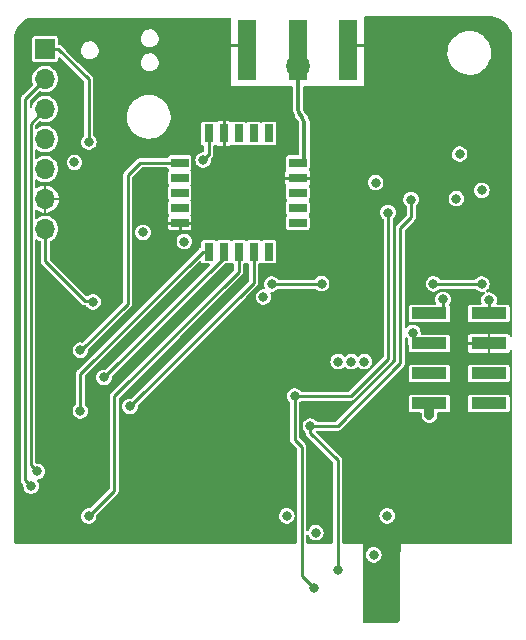
<source format=gbl>
G04 #@! TF.GenerationSoftware,KiCad,Pcbnew,7.0.10*
G04 #@! TF.CreationDate,2024-02-15T21:55:24+01:00*
G04 #@! TF.ProjectId,ithowifi_4l,6974686f-7769-4666-995f-346c2e6b6963,rev?*
G04 #@! TF.SameCoordinates,Original*
G04 #@! TF.FileFunction,Copper,L4,Bot*
G04 #@! TF.FilePolarity,Positive*
%FSLAX46Y46*%
G04 Gerber Fmt 4.6, Leading zero omitted, Abs format (unit mm)*
G04 Created by KiCad (PCBNEW 7.0.10) date 2024-02-15 21:55:24*
%MOMM*%
%LPD*%
G01*
G04 APERTURE LIST*
G04 #@! TA.AperFunction,SMDPad,CuDef*
%ADD10R,0.800000X1.500000*%
G04 #@! TD*
G04 #@! TA.AperFunction,SMDPad,CuDef*
%ADD11R,1.500000X0.800000*%
G04 #@! TD*
G04 #@! TA.AperFunction,ComponentPad*
%ADD12R,1.700000X1.700000*%
G04 #@! TD*
G04 #@! TA.AperFunction,ComponentPad*
%ADD13O,1.700000X1.700000*%
G04 #@! TD*
G04 #@! TA.AperFunction,ComponentPad*
%ADD14C,2.000000*%
G04 #@! TD*
G04 #@! TA.AperFunction,SMDPad,CuDef*
%ADD15R,3.000000X1.000000*%
G04 #@! TD*
G04 #@! TA.AperFunction,SMDPad,CuDef*
%ADD16R,1.500000X5.080000*%
G04 #@! TD*
G04 #@! TA.AperFunction,ViaPad*
%ADD17C,0.800000*%
G04 #@! TD*
G04 #@! TA.AperFunction,Conductor*
%ADD18C,0.254000*%
G04 #@! TD*
G04 #@! TA.AperFunction,Conductor*
%ADD19C,0.250000*%
G04 #@! TD*
G04 #@! TA.AperFunction,Conductor*
%ADD20C,0.355600*%
G04 #@! TD*
G04 #@! TA.AperFunction,Conductor*
%ADD21C,0.812800*%
G04 #@! TD*
G04 APERTURE END LIST*
D10*
X99560000Y-114950000D03*
X100829990Y-114950000D03*
X102100000Y-114950000D03*
X103370000Y-114950000D03*
X104640000Y-114950000D03*
D11*
X107100000Y-117410000D03*
X107100000Y-118679990D03*
X107100000Y-119950000D03*
X107100000Y-121220000D03*
X107100000Y-122490000D03*
D10*
X104640000Y-124950000D03*
X103370000Y-124950000D03*
X102100000Y-124950000D03*
X100829990Y-124950000D03*
X99560000Y-124950000D03*
D11*
X97100000Y-122490000D03*
X97100000Y-121220000D03*
X97100000Y-119950000D03*
X97100000Y-118679990D03*
X97100000Y-117410000D03*
D12*
X85725000Y-107797600D03*
D13*
X85725000Y-110337600D03*
X85725000Y-112877600D03*
X85725000Y-115417600D03*
X85725000Y-117957600D03*
X85725000Y-120497600D03*
X85725000Y-123037600D03*
D14*
X107100780Y-109251460D03*
D15*
X123293500Y-137807500D03*
X118253500Y-137807500D03*
X123293500Y-135267500D03*
X118253500Y-135267500D03*
X123293500Y-132727500D03*
X118253500Y-132727500D03*
X123293500Y-130187500D03*
X118253500Y-130187500D03*
D16*
X107100000Y-107848400D03*
X102850000Y-107848400D03*
X111350000Y-107848400D03*
D17*
X100700000Y-107442000D03*
X100700000Y-105918000D03*
X100700000Y-110871000D03*
X100700000Y-112500000D03*
X100700000Y-109093000D03*
X113500000Y-110871000D03*
X102432000Y-138568000D03*
X111632000Y-124053600D03*
X112732000Y-124053600D03*
X110532000Y-124053600D03*
X86741000Y-128270000D03*
X113500000Y-105918000D03*
X113500000Y-107442000D03*
X113500000Y-109093000D03*
X123300000Y-134010000D03*
X106426000Y-114200000D03*
X109100000Y-117450000D03*
X102852000Y-132715000D03*
X113792000Y-143764000D03*
X113538000Y-155448000D03*
X105300000Y-117400000D03*
X104278000Y-112500000D03*
X113500000Y-112500000D03*
X96647000Y-139750800D03*
X108458000Y-112500000D03*
X106172000Y-148590000D03*
X89154000Y-148590000D03*
X96647000Y-142798800D03*
X98171000Y-142798800D03*
X111849000Y-112500000D03*
X114681000Y-144780000D03*
X123290000Y-131440000D03*
X113792000Y-145796000D03*
X110071000Y-112500000D03*
X102500000Y-112500000D03*
X108995000Y-114200000D03*
X95148400Y-142798800D03*
X96647000Y-141274800D03*
X109024000Y-115900000D03*
X105800000Y-112500000D03*
X106426000Y-115900000D03*
X95148400Y-141274800D03*
X95148400Y-139750800D03*
X98171000Y-139750800D03*
X98171000Y-141274800D03*
X122682000Y-127698500D03*
X116849988Y-131800000D03*
X118595683Y-127676183D03*
X106172000Y-147320000D03*
X99100000Y-117200000D03*
X111632000Y-134268000D03*
X112732000Y-134268000D03*
X110532000Y-134268000D03*
X122682000Y-119761000D03*
X108631500Y-148751000D03*
X113700000Y-119100000D03*
X97500000Y-124100000D03*
X94000000Y-123317000D03*
X104200000Y-128800000D03*
X88200000Y-117400000D03*
X113538000Y-150622000D03*
X114681000Y-147320000D03*
X120813090Y-116686900D03*
X120532000Y-120468000D03*
X123300000Y-129050000D03*
X119400000Y-129000000D03*
X89407998Y-115671600D03*
X89400000Y-147350000D03*
X92900000Y-138050000D03*
X88700000Y-138450000D03*
X90700000Y-135600000D03*
X88700000Y-133300000D03*
X104900000Y-127700000D03*
X109132000Y-127668006D03*
X85039200Y-143560804D03*
X84531209Y-144805391D03*
X106849400Y-137185400D03*
X114750008Y-121650000D03*
X108458000Y-153416000D03*
X110490000Y-151892000D03*
X108174600Y-139725400D03*
X116697000Y-120539000D03*
X118250000Y-138800000D03*
X89775000Y-129200000D03*
D18*
X107100000Y-118679990D02*
X108679990Y-118679990D01*
X100829990Y-114950000D02*
X100829990Y-113629990D01*
X113500000Y-107442000D02*
X111756400Y-107442000D01*
X97100000Y-122490000D02*
X97100000Y-123300000D01*
X111756400Y-107442000D02*
X111350000Y-107848400D01*
X107100000Y-118679990D02*
X105520010Y-118679990D01*
X100829990Y-114950000D02*
X100829990Y-116270010D01*
X100700000Y-107442000D02*
X102443600Y-107442000D01*
X102443600Y-107442000D02*
X102850000Y-107848400D01*
X100800000Y-114920010D02*
X100829990Y-114950000D01*
X98490000Y-122490000D02*
X95710000Y-122490000D01*
X97100000Y-122490000D02*
X98490000Y-122490000D01*
X118618000Y-127698500D02*
X122682000Y-127698500D01*
X116849988Y-131800000D02*
X116849988Y-132727500D01*
X116849988Y-132727500D02*
X118253500Y-132727500D01*
X118595683Y-127676183D02*
X118618000Y-127698500D01*
X99540000Y-116760000D02*
X99560000Y-116760000D01*
X99100000Y-117200000D02*
X99540000Y-116760000D01*
X99560000Y-114950000D02*
X99560000Y-116760000D01*
D19*
X123293500Y-129056500D02*
X123300000Y-129050000D01*
X123293500Y-130187500D02*
X123293500Y-129056500D01*
X119387500Y-129012500D02*
X119400000Y-129000000D01*
X119387500Y-130187500D02*
X119387500Y-129012500D01*
X118253500Y-130187500D02*
X119387500Y-130187500D01*
D18*
X86829000Y-107797600D02*
X89407998Y-110376598D01*
X89407998Y-110376598D02*
X89407998Y-115671600D01*
X85725000Y-107797600D02*
X86829000Y-107797600D01*
D19*
X102100000Y-124950000D02*
X102100000Y-126650000D01*
X102100000Y-126650000D02*
X91550000Y-137200000D01*
X91550000Y-137200000D02*
X91550000Y-145200000D01*
X91550000Y-145200000D02*
X89400000Y-147350000D01*
X103370000Y-127580000D02*
X92900000Y-138050000D01*
X103370000Y-124950000D02*
X103370000Y-127580000D01*
D18*
X99560000Y-124950000D02*
X99050000Y-124950000D01*
X88700000Y-135300000D02*
X88700000Y-138450000D01*
X99050000Y-124950000D02*
X88700000Y-135300000D01*
X100829990Y-125470010D02*
X90700000Y-135600000D01*
X100829990Y-124950000D02*
X100829990Y-125470010D01*
X92700000Y-129350000D02*
X88750000Y-133300000D01*
X93790000Y-117410000D02*
X92700000Y-118500000D01*
X97100000Y-117410000D02*
X93790000Y-117410000D01*
X88750000Y-133300000D02*
X88700000Y-133300000D01*
X92700000Y-118500000D02*
X92700000Y-129350000D01*
X109132000Y-127668006D02*
X109100006Y-127700000D01*
X109100006Y-127700000D02*
X104900000Y-127700000D01*
D19*
X84498611Y-114103989D02*
X84498611Y-143020215D01*
X85725000Y-112877600D02*
X84498611Y-114103989D01*
X85039200Y-143560804D02*
X84498611Y-143020215D01*
X85725000Y-110337600D02*
X84048600Y-112014000D01*
X84048600Y-144322782D02*
X84531209Y-144805391D01*
X84048600Y-112014000D02*
X84048600Y-144322782D01*
D20*
X107670600Y-114089889D02*
X107670600Y-117410000D01*
X107100780Y-109251460D02*
X107100780Y-112714223D01*
X107100780Y-117409220D02*
X107100000Y-117410000D01*
X107100771Y-112714223D02*
G75*
G03*
X107442000Y-113538000I1165029J23D01*
G01*
X107670604Y-114089889D02*
G75*
G03*
X107442000Y-113538000I-780504J-11D01*
G01*
D18*
X111614600Y-137185400D02*
X114750008Y-134049992D01*
X106849400Y-137185400D02*
X106849400Y-140885400D01*
X106849400Y-140885400D02*
X107442000Y-141478000D01*
X107442000Y-152400000D02*
X108458000Y-153416000D01*
X106849400Y-137185400D02*
X111614600Y-137185400D01*
X107442000Y-141478000D02*
X107442000Y-152400000D01*
X114750008Y-134049992D02*
X114750008Y-121650000D01*
X108174600Y-140310600D02*
X108174600Y-139725400D01*
X116697000Y-120539000D02*
X116697000Y-122053000D01*
X108174600Y-140310600D02*
X110490000Y-142626000D01*
X115800000Y-122950000D02*
X115800000Y-134400000D01*
X110474600Y-139725400D02*
X108174600Y-139725400D01*
X110490000Y-142626000D02*
X110490000Y-151892000D01*
X115800000Y-134400000D02*
X110474600Y-139725400D01*
X116697000Y-122053000D02*
X115800000Y-122950000D01*
D21*
X118253500Y-138796500D02*
X118250000Y-138800000D01*
X118253500Y-137807500D02*
X118253500Y-138796500D01*
D19*
X89050000Y-129100000D02*
X89775000Y-129100000D01*
X85725000Y-123037600D02*
X85725000Y-125775000D01*
X85725000Y-125775000D02*
X89050000Y-129100000D01*
G04 #@! TA.AperFunction,Conductor*
G36*
X123495480Y-105029215D02*
G01*
X123506421Y-105029932D01*
X123579894Y-105034747D01*
X123592918Y-105036462D01*
X123830109Y-105083643D01*
X123842804Y-105087044D01*
X124061662Y-105161337D01*
X124071793Y-105164776D01*
X124083950Y-105169811D01*
X124300835Y-105276766D01*
X124312231Y-105283346D01*
X124513301Y-105417697D01*
X124523735Y-105425703D01*
X124701324Y-105581444D01*
X124705547Y-105585147D01*
X124714852Y-105594452D01*
X124874294Y-105776262D01*
X124882302Y-105786698D01*
X125016653Y-105987768D01*
X125023233Y-105999164D01*
X125130188Y-106216049D01*
X125135223Y-106228206D01*
X125212952Y-106457187D01*
X125216358Y-106469898D01*
X125263535Y-106707069D01*
X125265253Y-106720115D01*
X125281285Y-106964718D01*
X125281500Y-106971298D01*
X125281500Y-132101214D01*
X125262287Y-132160345D01*
X125211987Y-132196890D01*
X125149813Y-132196890D01*
X125099513Y-132160345D01*
X125088872Y-132141849D01*
X125049316Y-132052265D01*
X124968734Y-131971683D01*
X124864494Y-131925656D01*
X124839018Y-131922700D01*
X123395100Y-131922700D01*
X123395100Y-133532299D01*
X124839006Y-133532299D01*
X124839020Y-133532298D01*
X124864492Y-133529343D01*
X124864496Y-133529342D01*
X124968734Y-133483316D01*
X125049316Y-133402734D01*
X125088872Y-133313151D01*
X125130332Y-133266819D01*
X125191108Y-133253705D01*
X125247984Y-133278819D01*
X125279237Y-133332567D01*
X125281500Y-133353786D01*
X125281500Y-149461409D01*
X125280639Y-149474540D01*
X125267912Y-149571207D01*
X125261119Y-149596564D01*
X125257258Y-149605888D01*
X125216884Y-149653170D01*
X125164312Y-149668000D01*
X115832000Y-149668000D01*
X115832000Y-150214526D01*
X115822038Y-150258173D01*
X115809105Y-150285030D01*
X115781500Y-150405972D01*
X115781500Y-155961409D01*
X115780639Y-155974540D01*
X115767912Y-156071207D01*
X115761115Y-156096574D01*
X115726347Y-156180512D01*
X115713216Y-156203256D01*
X115657906Y-156275337D01*
X115639337Y-156293906D01*
X115567256Y-156349216D01*
X115544512Y-156362347D01*
X115460574Y-156397115D01*
X115435207Y-156403912D01*
X115338540Y-156416639D01*
X115325409Y-156417500D01*
X112732600Y-156417500D01*
X112673469Y-156398287D01*
X112636924Y-156347987D01*
X112632000Y-156316900D01*
X112632000Y-150622000D01*
X112878693Y-150622000D01*
X112897851Y-150779782D01*
X112954213Y-150928395D01*
X113044502Y-151059201D01*
X113044503Y-151059202D01*
X113044504Y-151059203D01*
X113044505Y-151059204D01*
X113163468Y-151164597D01*
X113163469Y-151164598D01*
X113163471Y-151164599D01*
X113304207Y-151238463D01*
X113458529Y-151276500D01*
X113458533Y-151276500D01*
X113617467Y-151276500D01*
X113617471Y-151276500D01*
X113771793Y-151238463D01*
X113912529Y-151164599D01*
X114031498Y-151059201D01*
X114121787Y-150928395D01*
X114178149Y-150779782D01*
X114197307Y-150622000D01*
X114178149Y-150464218D01*
X114121787Y-150315605D01*
X114031498Y-150184799D01*
X114031495Y-150184796D01*
X114031494Y-150184795D01*
X113912531Y-150079402D01*
X113912530Y-150079401D01*
X113771795Y-150005538D01*
X113771794Y-150005537D01*
X113771793Y-150005537D01*
X113693547Y-149986251D01*
X113617473Y-149967500D01*
X113617471Y-149967500D01*
X113458529Y-149967500D01*
X113458526Y-149967500D01*
X113344415Y-149995626D01*
X113304207Y-150005537D01*
X113304206Y-150005537D01*
X113304204Y-150005538D01*
X113163469Y-150079401D01*
X113163468Y-150079402D01*
X113044505Y-150184795D01*
X113044504Y-150184796D01*
X112954212Y-150315606D01*
X112919941Y-150405972D01*
X112897851Y-150464218D01*
X112878693Y-150622000D01*
X112632000Y-150622000D01*
X112632000Y-149668000D01*
X110972100Y-149668000D01*
X110912969Y-149648787D01*
X110876424Y-149598487D01*
X110871500Y-149567400D01*
X110871500Y-147320000D01*
X114021693Y-147320000D01*
X114040851Y-147477782D01*
X114097213Y-147626395D01*
X114187502Y-147757201D01*
X114187503Y-147757202D01*
X114187504Y-147757203D01*
X114187505Y-147757204D01*
X114306468Y-147862597D01*
X114306469Y-147862598D01*
X114306471Y-147862599D01*
X114447207Y-147936463D01*
X114601529Y-147974500D01*
X114601533Y-147974500D01*
X114760467Y-147974500D01*
X114760471Y-147974500D01*
X114914793Y-147936463D01*
X115055529Y-147862599D01*
X115174498Y-147757201D01*
X115264787Y-147626395D01*
X115321149Y-147477782D01*
X115340307Y-147320000D01*
X115321149Y-147162218D01*
X115264787Y-147013605D01*
X115174498Y-146882799D01*
X115174495Y-146882796D01*
X115174494Y-146882795D01*
X115055531Y-146777402D01*
X115055530Y-146777401D01*
X114914795Y-146703538D01*
X114914794Y-146703537D01*
X114914793Y-146703537D01*
X114836547Y-146684251D01*
X114760473Y-146665500D01*
X114760471Y-146665500D01*
X114601529Y-146665500D01*
X114601526Y-146665500D01*
X114487415Y-146693626D01*
X114447207Y-146703537D01*
X114447206Y-146703537D01*
X114447204Y-146703538D01*
X114306469Y-146777401D01*
X114306468Y-146777402D01*
X114187505Y-146882795D01*
X114187504Y-146882796D01*
X114097212Y-147013606D01*
X114085835Y-147043605D01*
X114040851Y-147162218D01*
X114021693Y-147320000D01*
X110871500Y-147320000D01*
X110871500Y-142676001D01*
X110873641Y-142655354D01*
X110876445Y-142641981D01*
X110872273Y-142608513D01*
X110871500Y-142596068D01*
X110871500Y-142594391D01*
X110871499Y-142594380D01*
X110867936Y-142573033D01*
X110867345Y-142568982D01*
X110860696Y-142515640D01*
X110860694Y-142515636D01*
X110860694Y-142515634D01*
X110858418Y-142507988D01*
X110855818Y-142500416D01*
X110855818Y-142500414D01*
X110830246Y-142453161D01*
X110828368Y-142449514D01*
X110804776Y-142401254D01*
X110804774Y-142401252D01*
X110800121Y-142394734D01*
X110795221Y-142388441D01*
X110795220Y-142388438D01*
X110755703Y-142352060D01*
X110752703Y-142349181D01*
X108685737Y-140282215D01*
X108657511Y-140226817D01*
X108667237Y-140165409D01*
X108674088Y-140153922D01*
X108676573Y-140150323D01*
X108725989Y-140112591D01*
X108759345Y-140106900D01*
X110424599Y-140106900D01*
X110445243Y-140109040D01*
X110458617Y-140111845D01*
X110492086Y-140107672D01*
X110504531Y-140106900D01*
X110506209Y-140106900D01*
X110506211Y-140106900D01*
X110527591Y-140103331D01*
X110531636Y-140102742D01*
X110584960Y-140096096D01*
X110584963Y-140096094D01*
X110592612Y-140093817D01*
X110600182Y-140091218D01*
X110600186Y-140091218D01*
X110647455Y-140065636D01*
X110651092Y-140063765D01*
X110699346Y-140040176D01*
X110699350Y-140040171D01*
X110705860Y-140035523D01*
X110712155Y-140030623D01*
X110712162Y-140030620D01*
X110748539Y-139991102D01*
X110751395Y-139988125D01*
X112406955Y-138332565D01*
X116499000Y-138332565D01*
X116513766Y-138406801D01*
X116513767Y-138406804D01*
X116570014Y-138490982D01*
X116570015Y-138490983D01*
X116570016Y-138490984D01*
X116654199Y-138547234D01*
X116728433Y-138562000D01*
X117492000Y-138561999D01*
X117551131Y-138581212D01*
X117587676Y-138631512D01*
X117592600Y-138662599D01*
X117592600Y-138711700D01*
X117590952Y-138729834D01*
X117585460Y-138759803D01*
X117585459Y-138759804D01*
X117595150Y-138919998D01*
X117595151Y-138920008D01*
X117642897Y-139073230D01*
X117642898Y-139073232D01*
X117642899Y-139073234D01*
X117725929Y-139210583D01*
X117839417Y-139324071D01*
X117976766Y-139407101D01*
X118129994Y-139454849D01*
X118242136Y-139461632D01*
X118290194Y-139464540D01*
X118290194Y-139464539D01*
X118290197Y-139464540D01*
X118320165Y-139459047D01*
X118327732Y-139458360D01*
X118327705Y-139458134D01*
X118333746Y-139457400D01*
X118333748Y-139457400D01*
X118344109Y-139454845D01*
X118350056Y-139453569D01*
X118448064Y-139435609D01*
X118471094Y-139425243D01*
X118488300Y-139419306D01*
X118489580Y-139418991D01*
X118514550Y-139405885D01*
X118519957Y-139403251D01*
X118594420Y-139369739D01*
X118609543Y-139357889D01*
X118624838Y-139348001D01*
X118631691Y-139344405D01*
X118667165Y-139312976D01*
X118671814Y-139309103D01*
X118689060Y-139295593D01*
X118704561Y-139280091D01*
X118708972Y-139275940D01*
X118751824Y-139237977D01*
X118784354Y-139190848D01*
X118787928Y-139185989D01*
X118823239Y-139140920D01*
X118827770Y-139130850D01*
X118836719Y-139114983D01*
X118842996Y-139105891D01*
X118863289Y-139052380D01*
X118865615Y-139046763D01*
X118889109Y-138994564D01*
X118891101Y-138983687D01*
X118895990Y-138966154D01*
X118899908Y-138955825D01*
X118906809Y-138898980D01*
X118907712Y-138893044D01*
X118918040Y-138836697D01*
X118914583Y-138779564D01*
X118914400Y-138773490D01*
X118914400Y-138662599D01*
X118933613Y-138603468D01*
X118983913Y-138566923D01*
X119015000Y-138561999D01*
X119778566Y-138561999D01*
X119852801Y-138547234D01*
X119936984Y-138490984D01*
X119993234Y-138406801D01*
X120008000Y-138332567D01*
X120008000Y-138332565D01*
X121539000Y-138332565D01*
X121553766Y-138406801D01*
X121553767Y-138406804D01*
X121610014Y-138490982D01*
X121610015Y-138490983D01*
X121610016Y-138490984D01*
X121694199Y-138547234D01*
X121768433Y-138562000D01*
X124818566Y-138561999D01*
X124892801Y-138547234D01*
X124976984Y-138490984D01*
X125033234Y-138406801D01*
X125048000Y-138332567D01*
X125047999Y-137282434D01*
X125033234Y-137208199D01*
X125033232Y-137208197D01*
X125033232Y-137208195D01*
X124976985Y-137124017D01*
X124976983Y-137124015D01*
X124892802Y-137067767D01*
X124892801Y-137067766D01*
X124892800Y-137067765D01*
X124892799Y-137067765D01*
X124836998Y-137056666D01*
X124818567Y-137053000D01*
X124818566Y-137053000D01*
X121768434Y-137053000D01*
X121694198Y-137067766D01*
X121694195Y-137067767D01*
X121610017Y-137124014D01*
X121610015Y-137124016D01*
X121553765Y-137208200D01*
X121539000Y-137282433D01*
X121539000Y-138332565D01*
X120008000Y-138332565D01*
X120007999Y-137282434D01*
X119993234Y-137208199D01*
X119993232Y-137208197D01*
X119993232Y-137208195D01*
X119936985Y-137124017D01*
X119936983Y-137124015D01*
X119852802Y-137067767D01*
X119852801Y-137067766D01*
X119852800Y-137067765D01*
X119852799Y-137067765D01*
X119796998Y-137056666D01*
X119778567Y-137053000D01*
X119778566Y-137053000D01*
X116728434Y-137053000D01*
X116654198Y-137067766D01*
X116654195Y-137067767D01*
X116570017Y-137124014D01*
X116570015Y-137124016D01*
X116513765Y-137208200D01*
X116499000Y-137282433D01*
X116499000Y-138332565D01*
X112406955Y-138332565D01*
X114946956Y-135792565D01*
X116499000Y-135792565D01*
X116513766Y-135866801D01*
X116513767Y-135866804D01*
X116570014Y-135950982D01*
X116570015Y-135950983D01*
X116570016Y-135950984D01*
X116654199Y-136007234D01*
X116728433Y-136022000D01*
X119778566Y-136021999D01*
X119852801Y-136007234D01*
X119936984Y-135950984D01*
X119993234Y-135866801D01*
X120008000Y-135792567D01*
X120008000Y-135792565D01*
X121539000Y-135792565D01*
X121553766Y-135866801D01*
X121553767Y-135866804D01*
X121610014Y-135950982D01*
X121610015Y-135950983D01*
X121610016Y-135950984D01*
X121694199Y-136007234D01*
X121768433Y-136022000D01*
X124818566Y-136021999D01*
X124892801Y-136007234D01*
X124976984Y-135950984D01*
X125033234Y-135866801D01*
X125048000Y-135792567D01*
X125047999Y-134742434D01*
X125033234Y-134668199D01*
X125033232Y-134668197D01*
X125033232Y-134668195D01*
X124976985Y-134584017D01*
X124976983Y-134584015D01*
X124892802Y-134527767D01*
X124892801Y-134527766D01*
X124892800Y-134527765D01*
X124892799Y-134527765D01*
X124835725Y-134516413D01*
X124818567Y-134513000D01*
X124818566Y-134513000D01*
X121768434Y-134513000D01*
X121694198Y-134527766D01*
X121694195Y-134527767D01*
X121610017Y-134584014D01*
X121610015Y-134584016D01*
X121553765Y-134668200D01*
X121539000Y-134742433D01*
X121539000Y-135792565D01*
X120008000Y-135792565D01*
X120007999Y-134742434D01*
X119993234Y-134668199D01*
X119993232Y-134668197D01*
X119993232Y-134668195D01*
X119936985Y-134584017D01*
X119936983Y-134584015D01*
X119852802Y-134527767D01*
X119852801Y-134527766D01*
X119852800Y-134527765D01*
X119852799Y-134527765D01*
X119795725Y-134516413D01*
X119778567Y-134513000D01*
X119778566Y-134513000D01*
X116728434Y-134513000D01*
X116654198Y-134527766D01*
X116654195Y-134527767D01*
X116570017Y-134584014D01*
X116570015Y-134584016D01*
X116513765Y-134668200D01*
X116499000Y-134742433D01*
X116499000Y-135792565D01*
X114946956Y-135792565D01*
X116034410Y-134705111D01*
X116050516Y-134692032D01*
X116061956Y-134684560D01*
X116082681Y-134657930D01*
X116090925Y-134648597D01*
X116092114Y-134647409D01*
X116104710Y-134629765D01*
X116107153Y-134626488D01*
X116140158Y-134584085D01*
X116140159Y-134584079D01*
X116143960Y-134577057D01*
X116147471Y-134569874D01*
X116147475Y-134569870D01*
X116162795Y-134518407D01*
X116164059Y-134514463D01*
X116181500Y-134463662D01*
X116182816Y-134455776D01*
X116183805Y-134447838D01*
X116181586Y-134394193D01*
X116181500Y-134390035D01*
X116181500Y-132304938D01*
X116200713Y-132245807D01*
X116251013Y-132209262D01*
X116313187Y-132209262D01*
X116351103Y-132234104D01*
X116351935Y-132233166D01*
X116434598Y-132306399D01*
X116466118Y-132359991D01*
X116468488Y-132381699D01*
X116468488Y-132707564D01*
X116468144Y-132715872D01*
X116464533Y-132759438D01*
X116475268Y-132801828D01*
X116476974Y-132809964D01*
X116484170Y-132853087D01*
X116485870Y-132856229D01*
X116494908Y-132879386D01*
X116495917Y-132883367D01*
X116499000Y-132908083D01*
X116499000Y-133252565D01*
X116513766Y-133326801D01*
X116513767Y-133326804D01*
X116570014Y-133410982D01*
X116570015Y-133410983D01*
X116570016Y-133410984D01*
X116654199Y-133467234D01*
X116728433Y-133482000D01*
X119778566Y-133481999D01*
X119852801Y-133467234D01*
X119936984Y-133410984D01*
X119993234Y-133326801D01*
X120008000Y-133252567D01*
X120007999Y-132829100D01*
X121488701Y-132829100D01*
X121488701Y-133273020D01*
X121491656Y-133298492D01*
X121491657Y-133298496D01*
X121537683Y-133402734D01*
X121618265Y-133483316D01*
X121722505Y-133529343D01*
X121747985Y-133532299D01*
X123191900Y-133532299D01*
X123191900Y-132829100D01*
X121488701Y-132829100D01*
X120007999Y-132829100D01*
X120007999Y-132625900D01*
X121488700Y-132625900D01*
X123191900Y-132625900D01*
X123191900Y-131922700D01*
X121747994Y-131922700D01*
X121747979Y-131922701D01*
X121722507Y-131925656D01*
X121722503Y-131925657D01*
X121618265Y-131971683D01*
X121537683Y-132052265D01*
X121491656Y-132156505D01*
X121488700Y-132181981D01*
X121488700Y-132625900D01*
X120007999Y-132625900D01*
X120007999Y-132202434D01*
X119993234Y-132128199D01*
X119993232Y-132128197D01*
X119993232Y-132128195D01*
X119936985Y-132044017D01*
X119936983Y-132044015D01*
X119895178Y-132016082D01*
X119852801Y-131987766D01*
X119852800Y-131987765D01*
X119852799Y-131987765D01*
X119796998Y-131976666D01*
X119778567Y-131973000D01*
X119778566Y-131973000D01*
X117601843Y-131973000D01*
X117542712Y-131953787D01*
X117506167Y-131903487D01*
X117501976Y-131860274D01*
X117509295Y-131800000D01*
X117490137Y-131642218D01*
X117433775Y-131493605D01*
X117343486Y-131362799D01*
X117343483Y-131362796D01*
X117343482Y-131362795D01*
X117224519Y-131257402D01*
X117224518Y-131257401D01*
X117083783Y-131183538D01*
X117083782Y-131183537D01*
X117083781Y-131183537D01*
X117005535Y-131164251D01*
X116929461Y-131145500D01*
X116929459Y-131145500D01*
X116770517Y-131145500D01*
X116770514Y-131145500D01*
X116656403Y-131173626D01*
X116616195Y-131183537D01*
X116616194Y-131183537D01*
X116616192Y-131183538D01*
X116475457Y-131257401D01*
X116475456Y-131257402D01*
X116351935Y-131366834D01*
X116350858Y-131365619D01*
X116303802Y-131393292D01*
X116241919Y-131387288D01*
X116195383Y-131346056D01*
X116181500Y-131295061D01*
X116181500Y-130712565D01*
X116499000Y-130712565D01*
X116513766Y-130786801D01*
X116513767Y-130786804D01*
X116570014Y-130870982D01*
X116570015Y-130870983D01*
X116570016Y-130870984D01*
X116654199Y-130927234D01*
X116728433Y-130942000D01*
X119778566Y-130941999D01*
X119852801Y-130927234D01*
X119936984Y-130870984D01*
X119993234Y-130786801D01*
X120008000Y-130712567D01*
X120007999Y-129662434D01*
X119993234Y-129588199D01*
X119993232Y-129588197D01*
X119993232Y-129588195D01*
X119931480Y-129495778D01*
X119934749Y-129493593D01*
X119915028Y-129454888D01*
X119924754Y-129393480D01*
X119931587Y-129382018D01*
X119983787Y-129306395D01*
X120040149Y-129157782D01*
X120059307Y-129000000D01*
X120040149Y-128842218D01*
X119983787Y-128693605D01*
X119893498Y-128562799D01*
X119893495Y-128562796D01*
X119893494Y-128562795D01*
X119774531Y-128457402D01*
X119774530Y-128457401D01*
X119633795Y-128383538D01*
X119633794Y-128383537D01*
X119633793Y-128383537D01*
X119549644Y-128362796D01*
X119479473Y-128345500D01*
X119479471Y-128345500D01*
X119320529Y-128345500D01*
X119320526Y-128345500D01*
X119226224Y-128368744D01*
X119166207Y-128383537D01*
X119166206Y-128383537D01*
X119166204Y-128383538D01*
X119025469Y-128457401D01*
X119025468Y-128457402D01*
X118906505Y-128562795D01*
X118906504Y-128562796D01*
X118816212Y-128693606D01*
X118759851Y-128842218D01*
X118740693Y-129000000D01*
X118759851Y-129157781D01*
X118812546Y-129296727D01*
X118815549Y-129358829D01*
X118781477Y-129410835D01*
X118723343Y-129432883D01*
X118718483Y-129433000D01*
X116728434Y-129433000D01*
X116654198Y-129447766D01*
X116654195Y-129447767D01*
X116570017Y-129504014D01*
X116570015Y-129504016D01*
X116513765Y-129588200D01*
X116499000Y-129662433D01*
X116499000Y-130712565D01*
X116181500Y-130712565D01*
X116181500Y-127676183D01*
X117936376Y-127676183D01*
X117955534Y-127833965D01*
X118011896Y-127982578D01*
X118102185Y-128113384D01*
X118102186Y-128113385D01*
X118102187Y-128113386D01*
X118102188Y-128113387D01*
X118221151Y-128218780D01*
X118221152Y-128218781D01*
X118221154Y-128218782D01*
X118361890Y-128292646D01*
X118516212Y-128330683D01*
X118516216Y-128330683D01*
X118675150Y-128330683D01*
X118675154Y-128330683D01*
X118829476Y-128292646D01*
X118970212Y-128218782D01*
X119062294Y-128137204D01*
X119093736Y-128109349D01*
X119094667Y-128110400D01*
X119142324Y-128082370D01*
X119164033Y-128080000D01*
X122097255Y-128080000D01*
X122156386Y-128099213D01*
X122180046Y-128123452D01*
X122188496Y-128135694D01*
X122188505Y-128135704D01*
X122307468Y-128241097D01*
X122307469Y-128241098D01*
X122307471Y-128241099D01*
X122448207Y-128314963D01*
X122602529Y-128353000D01*
X122602533Y-128353000D01*
X122761467Y-128353000D01*
X122761471Y-128353000D01*
X122833857Y-128335158D01*
X122895866Y-128339662D01*
X122943387Y-128379754D01*
X122958267Y-128440121D01*
X122934822Y-128497706D01*
X122924642Y-128508135D01*
X122806505Y-128612796D01*
X122806502Y-128612799D01*
X122775715Y-128657402D01*
X122716212Y-128743606D01*
X122659851Y-128892218D01*
X122640693Y-129050000D01*
X122659851Y-129207782D01*
X122693584Y-129296727D01*
X122696587Y-129358828D01*
X122662515Y-129410835D01*
X122604381Y-129432883D01*
X122599521Y-129433000D01*
X121768434Y-129433000D01*
X121694198Y-129447766D01*
X121694195Y-129447767D01*
X121610017Y-129504014D01*
X121610015Y-129504016D01*
X121553765Y-129588200D01*
X121539000Y-129662433D01*
X121539000Y-130712565D01*
X121553766Y-130786801D01*
X121553767Y-130786804D01*
X121610014Y-130870982D01*
X121610015Y-130870983D01*
X121610016Y-130870984D01*
X121694199Y-130927234D01*
X121768433Y-130942000D01*
X124818566Y-130941999D01*
X124892801Y-130927234D01*
X124976984Y-130870984D01*
X125033234Y-130786801D01*
X125048000Y-130712567D01*
X125047999Y-129662434D01*
X125033234Y-129588199D01*
X125033232Y-129588197D01*
X125033232Y-129588195D01*
X124976985Y-129504017D01*
X124976983Y-129504015D01*
X124935178Y-129476082D01*
X124892801Y-129447766D01*
X124892800Y-129447765D01*
X124892799Y-129447765D01*
X124836998Y-129436666D01*
X124818567Y-129433000D01*
X124818566Y-129433000D01*
X124000479Y-129433000D01*
X123941348Y-129413787D01*
X123904803Y-129363487D01*
X123904803Y-129301313D01*
X123906416Y-129296727D01*
X123940149Y-129207782D01*
X123959307Y-129050000D01*
X123940149Y-128892218D01*
X123883787Y-128743605D01*
X123793498Y-128612799D01*
X123793495Y-128612796D01*
X123793494Y-128612795D01*
X123674531Y-128507402D01*
X123674530Y-128507401D01*
X123533795Y-128433538D01*
X123533794Y-128433537D01*
X123533793Y-128433537D01*
X123451855Y-128413341D01*
X123379473Y-128395500D01*
X123379471Y-128395500D01*
X123220529Y-128395500D01*
X123220525Y-128395500D01*
X123220524Y-128395501D01*
X123148142Y-128413341D01*
X123086131Y-128408837D01*
X123038611Y-128368744D01*
X123023732Y-128308376D01*
X123047178Y-128250792D01*
X123057353Y-128240368D01*
X123175498Y-128135701D01*
X123265787Y-128004895D01*
X123322149Y-127856282D01*
X123341307Y-127698500D01*
X123322149Y-127540718D01*
X123265787Y-127392105D01*
X123175498Y-127261299D01*
X123175495Y-127261296D01*
X123175494Y-127261295D01*
X123056531Y-127155902D01*
X123056530Y-127155901D01*
X122915795Y-127082038D01*
X122915794Y-127082037D01*
X122915793Y-127082037D01*
X122825254Y-127059721D01*
X122761473Y-127044000D01*
X122761471Y-127044000D01*
X122602529Y-127044000D01*
X122602526Y-127044000D01*
X122488415Y-127072126D01*
X122448207Y-127082037D01*
X122448206Y-127082037D01*
X122448204Y-127082038D01*
X122307469Y-127155901D01*
X122307468Y-127155902D01*
X122188505Y-127261295D01*
X122188496Y-127261305D01*
X122180046Y-127273548D01*
X122130644Y-127311298D01*
X122097255Y-127317000D01*
X119195831Y-127317000D01*
X119136700Y-127297787D01*
X119113040Y-127273548D01*
X119089181Y-127238982D01*
X119089178Y-127238979D01*
X119089177Y-127238978D01*
X118970214Y-127133585D01*
X118970213Y-127133584D01*
X118829478Y-127059721D01*
X118829477Y-127059720D01*
X118829476Y-127059720D01*
X118751230Y-127040434D01*
X118675156Y-127021683D01*
X118675154Y-127021683D01*
X118516212Y-127021683D01*
X118516209Y-127021683D01*
X118402098Y-127049809D01*
X118361890Y-127059720D01*
X118361889Y-127059720D01*
X118361887Y-127059721D01*
X118221152Y-127133584D01*
X118221151Y-127133585D01*
X118102188Y-127238978D01*
X118102187Y-127238979D01*
X118011895Y-127369789D01*
X117985167Y-127440266D01*
X117955534Y-127518401D01*
X117936376Y-127676183D01*
X116181500Y-127676183D01*
X116181500Y-123149692D01*
X116200713Y-123090561D01*
X116210965Y-123078557D01*
X116569312Y-122720210D01*
X116931410Y-122358111D01*
X116947516Y-122345032D01*
X116958956Y-122337560D01*
X116979668Y-122310947D01*
X116987932Y-122301590D01*
X116989114Y-122300409D01*
X117001721Y-122282748D01*
X117004138Y-122279507D01*
X117037158Y-122237085D01*
X117037159Y-122237083D01*
X117040944Y-122230087D01*
X117044470Y-122222875D01*
X117044475Y-122222869D01*
X117059796Y-122171405D01*
X117061062Y-122167454D01*
X117078500Y-122116662D01*
X117079816Y-122108776D01*
X117080805Y-122100838D01*
X117078586Y-122047185D01*
X117078500Y-122043027D01*
X117078500Y-121120699D01*
X117097713Y-121061568D01*
X117112390Y-121045399D01*
X117151673Y-121010597D01*
X117190498Y-120976201D01*
X117280787Y-120845395D01*
X117337149Y-120696782D01*
X117356307Y-120539000D01*
X117347686Y-120468000D01*
X119872693Y-120468000D01*
X119891851Y-120625782D01*
X119948213Y-120774395D01*
X120038502Y-120905201D01*
X120038503Y-120905202D01*
X120038504Y-120905203D01*
X120038505Y-120905204D01*
X120157468Y-121010597D01*
X120157469Y-121010598D01*
X120157471Y-121010599D01*
X120298207Y-121084463D01*
X120452529Y-121122500D01*
X120452533Y-121122500D01*
X120611467Y-121122500D01*
X120611471Y-121122500D01*
X120765793Y-121084463D01*
X120906529Y-121010599D01*
X121025498Y-120905201D01*
X121115787Y-120774395D01*
X121172149Y-120625782D01*
X121191307Y-120468000D01*
X121172149Y-120310218D01*
X121115787Y-120161605D01*
X121025498Y-120030799D01*
X121025495Y-120030796D01*
X121025494Y-120030795D01*
X120906531Y-119925402D01*
X120906530Y-119925401D01*
X120765795Y-119851538D01*
X120765794Y-119851537D01*
X120765793Y-119851537D01*
X120687547Y-119832251D01*
X120611473Y-119813500D01*
X120611471Y-119813500D01*
X120452529Y-119813500D01*
X120452526Y-119813500D01*
X120338415Y-119841626D01*
X120298207Y-119851537D01*
X120298206Y-119851537D01*
X120298204Y-119851538D01*
X120157469Y-119925401D01*
X120157468Y-119925402D01*
X120038505Y-120030795D01*
X120038504Y-120030796D01*
X119948212Y-120161606D01*
X119901606Y-120284497D01*
X119891851Y-120310218D01*
X119872693Y-120468000D01*
X117347686Y-120468000D01*
X117337149Y-120381218D01*
X117280787Y-120232605D01*
X117190498Y-120101799D01*
X117190495Y-120101796D01*
X117190494Y-120101795D01*
X117071531Y-119996402D01*
X117071530Y-119996401D01*
X116930795Y-119922538D01*
X116930794Y-119922537D01*
X116930793Y-119922537D01*
X116852547Y-119903251D01*
X116776473Y-119884500D01*
X116776471Y-119884500D01*
X116617529Y-119884500D01*
X116617526Y-119884500D01*
X116503415Y-119912626D01*
X116463207Y-119922537D01*
X116463206Y-119922537D01*
X116463204Y-119922538D01*
X116322469Y-119996401D01*
X116322468Y-119996402D01*
X116203505Y-120101795D01*
X116203504Y-120101796D01*
X116113212Y-120232606D01*
X116086288Y-120303599D01*
X116056851Y-120381218D01*
X116037693Y-120539000D01*
X116056851Y-120696782D01*
X116113213Y-120845395D01*
X116203502Y-120976201D01*
X116203503Y-120976202D01*
X116203504Y-120976203D01*
X116203505Y-120976204D01*
X116281610Y-121045399D01*
X116313130Y-121098991D01*
X116315500Y-121120699D01*
X116315500Y-121853306D01*
X116296287Y-121912437D01*
X116286035Y-121924441D01*
X115565592Y-122644883D01*
X115549484Y-122657964D01*
X115538045Y-122665437D01*
X115517320Y-122692064D01*
X115509087Y-122701389D01*
X115507887Y-122702588D01*
X115507880Y-122702597D01*
X115495304Y-122720210D01*
X115492824Y-122723537D01*
X115459840Y-122765917D01*
X115456038Y-122772942D01*
X115452525Y-122780129D01*
X115437197Y-122831610D01*
X115435930Y-122835565D01*
X115418499Y-122886339D01*
X115417183Y-122894226D01*
X115416194Y-122902161D01*
X115418414Y-122955805D01*
X115418500Y-122959963D01*
X115418500Y-134200307D01*
X115399287Y-134259438D01*
X115389035Y-134271442D01*
X110346042Y-139314435D01*
X110290644Y-139342661D01*
X110274907Y-139343900D01*
X108759345Y-139343900D01*
X108700214Y-139324687D01*
X108676554Y-139300448D01*
X108668103Y-139288205D01*
X108668094Y-139288195D01*
X108549131Y-139182802D01*
X108549130Y-139182801D01*
X108408395Y-139108938D01*
X108408394Y-139108937D01*
X108408393Y-139108937D01*
X108330147Y-139089651D01*
X108254073Y-139070900D01*
X108254071Y-139070900D01*
X108095129Y-139070900D01*
X108095126Y-139070900D01*
X107981015Y-139099026D01*
X107940807Y-139108937D01*
X107940806Y-139108937D01*
X107940804Y-139108938D01*
X107800069Y-139182801D01*
X107800068Y-139182802D01*
X107681105Y-139288195D01*
X107681104Y-139288196D01*
X107590812Y-139419006D01*
X107534451Y-139567618D01*
X107515293Y-139725400D01*
X107534451Y-139883182D01*
X107590813Y-140031795D01*
X107681102Y-140162601D01*
X107681103Y-140162602D01*
X107681104Y-140162603D01*
X107681105Y-140162604D01*
X107754524Y-140227648D01*
X107786044Y-140281240D01*
X107787641Y-140290501D01*
X107792327Y-140328083D01*
X107793100Y-140340530D01*
X107793100Y-140342209D01*
X107796661Y-140363555D01*
X107797259Y-140367663D01*
X107803903Y-140420958D01*
X107806186Y-140428626D01*
X107808781Y-140436186D01*
X107834339Y-140483412D01*
X107836242Y-140487109D01*
X107859824Y-140535346D01*
X107864477Y-140541863D01*
X107869376Y-140548158D01*
X107869379Y-140548161D01*
X107869380Y-140548162D01*
X107908908Y-140584550D01*
X107911884Y-140587406D01*
X110079035Y-142754557D01*
X110107261Y-142809955D01*
X110108500Y-142825692D01*
X110108500Y-149567400D01*
X110089287Y-149626531D01*
X110038987Y-149663076D01*
X110007900Y-149668000D01*
X107924100Y-149668000D01*
X107864969Y-149648787D01*
X107828424Y-149598487D01*
X107823500Y-149567400D01*
X107823500Y-149015150D01*
X107842713Y-148956019D01*
X107893013Y-148919474D01*
X107955187Y-148919474D01*
X108005487Y-148956019D01*
X108018160Y-148979472D01*
X108047713Y-149057395D01*
X108138002Y-149188201D01*
X108138003Y-149188202D01*
X108138004Y-149188203D01*
X108138005Y-149188204D01*
X108256968Y-149293597D01*
X108256969Y-149293598D01*
X108256971Y-149293599D01*
X108397707Y-149367463D01*
X108552029Y-149405500D01*
X108552033Y-149405500D01*
X108710967Y-149405500D01*
X108710971Y-149405500D01*
X108865293Y-149367463D01*
X109006029Y-149293599D01*
X109124998Y-149188201D01*
X109215287Y-149057395D01*
X109271649Y-148908782D01*
X109290807Y-148751000D01*
X109271649Y-148593218D01*
X109215287Y-148444605D01*
X109124998Y-148313799D01*
X109124995Y-148313796D01*
X109124994Y-148313795D01*
X109006031Y-148208402D01*
X109006030Y-148208401D01*
X108865295Y-148134538D01*
X108865294Y-148134537D01*
X108865293Y-148134537D01*
X108787047Y-148115251D01*
X108710973Y-148096500D01*
X108710971Y-148096500D01*
X108552029Y-148096500D01*
X108552026Y-148096500D01*
X108437915Y-148124626D01*
X108397707Y-148134537D01*
X108397706Y-148134537D01*
X108397704Y-148134538D01*
X108256969Y-148208401D01*
X108256968Y-148208402D01*
X108138005Y-148313795D01*
X108138004Y-148313796D01*
X108047712Y-148444606D01*
X108018163Y-148522522D01*
X107979230Y-148570998D01*
X107919240Y-148587332D01*
X107861106Y-148565284D01*
X107827034Y-148513277D01*
X107823500Y-148486849D01*
X107823500Y-141528001D01*
X107825641Y-141507354D01*
X107828445Y-141493981D01*
X107824273Y-141460513D01*
X107823500Y-141448068D01*
X107823500Y-141446391D01*
X107823499Y-141446380D01*
X107819936Y-141425033D01*
X107819345Y-141420982D01*
X107812696Y-141367640D01*
X107812694Y-141367636D01*
X107812694Y-141367634D01*
X107810418Y-141359988D01*
X107807818Y-141352416D01*
X107807818Y-141352414D01*
X107782246Y-141305161D01*
X107780368Y-141301514D01*
X107756776Y-141253254D01*
X107756774Y-141253252D01*
X107752121Y-141246734D01*
X107747218Y-141240436D01*
X107707716Y-141204072D01*
X107704715Y-141201193D01*
X107260365Y-140756842D01*
X107232139Y-140701444D01*
X107230900Y-140685707D01*
X107230900Y-137767099D01*
X107250113Y-137707968D01*
X107264790Y-137691799D01*
X107271397Y-137685944D01*
X107342898Y-137622601D01*
X107342903Y-137622594D01*
X107351354Y-137610352D01*
X107400756Y-137572602D01*
X107434145Y-137566900D01*
X111564599Y-137566900D01*
X111585243Y-137569040D01*
X111598617Y-137571845D01*
X111632086Y-137567672D01*
X111644531Y-137566900D01*
X111646209Y-137566900D01*
X111646211Y-137566900D01*
X111667591Y-137563331D01*
X111671636Y-137562742D01*
X111724960Y-137556096D01*
X111724963Y-137556094D01*
X111732612Y-137553817D01*
X111740182Y-137551218D01*
X111740186Y-137551218D01*
X111787455Y-137525636D01*
X111791092Y-137523765D01*
X111839346Y-137500176D01*
X111839350Y-137500171D01*
X111845860Y-137495523D01*
X111852155Y-137490623D01*
X111852162Y-137490620D01*
X111888539Y-137451102D01*
X111891395Y-137448125D01*
X114984418Y-134355103D01*
X115000524Y-134342024D01*
X115011964Y-134334552D01*
X115032676Y-134307939D01*
X115040940Y-134298582D01*
X115042122Y-134297401D01*
X115054729Y-134279740D01*
X115057146Y-134276499D01*
X115090166Y-134234077D01*
X115090167Y-134234075D01*
X115093952Y-134227079D01*
X115097478Y-134219867D01*
X115097483Y-134219861D01*
X115112804Y-134168397D01*
X115114070Y-134164446D01*
X115131508Y-134113654D01*
X115132824Y-134105768D01*
X115133813Y-134097830D01*
X115131594Y-134044177D01*
X115131508Y-134040019D01*
X115131508Y-122231699D01*
X115150721Y-122172568D01*
X115165398Y-122156399D01*
X115196649Y-122128713D01*
X115243506Y-122087201D01*
X115333795Y-121956395D01*
X115390157Y-121807782D01*
X115409315Y-121650000D01*
X115390157Y-121492218D01*
X115333795Y-121343605D01*
X115243506Y-121212799D01*
X115243503Y-121212796D01*
X115243502Y-121212795D01*
X115124539Y-121107402D01*
X115124538Y-121107401D01*
X114983803Y-121033538D01*
X114983802Y-121033537D01*
X114983801Y-121033537D01*
X114890730Y-121010597D01*
X114829481Y-120995500D01*
X114829479Y-120995500D01*
X114670537Y-120995500D01*
X114670534Y-120995500D01*
X114556423Y-121023626D01*
X114516215Y-121033537D01*
X114516214Y-121033537D01*
X114516212Y-121033538D01*
X114375477Y-121107401D01*
X114375476Y-121107402D01*
X114256513Y-121212795D01*
X114256512Y-121212796D01*
X114166220Y-121343606D01*
X114109859Y-121492218D01*
X114090701Y-121650000D01*
X114109859Y-121807782D01*
X114166221Y-121956395D01*
X114256510Y-122087201D01*
X114256511Y-122087202D01*
X114256512Y-122087203D01*
X114256513Y-122087204D01*
X114334618Y-122156399D01*
X114366138Y-122209991D01*
X114368508Y-122231699D01*
X114368508Y-133850299D01*
X114349295Y-133909430D01*
X114339043Y-133921434D01*
X111486042Y-136774435D01*
X111430644Y-136802661D01*
X111414907Y-136803900D01*
X107434145Y-136803900D01*
X107375014Y-136784687D01*
X107351354Y-136760448D01*
X107342903Y-136748205D01*
X107342894Y-136748195D01*
X107223931Y-136642802D01*
X107223930Y-136642801D01*
X107083195Y-136568938D01*
X107083194Y-136568937D01*
X107083193Y-136568937D01*
X107004947Y-136549651D01*
X106928873Y-136530900D01*
X106928871Y-136530900D01*
X106769929Y-136530900D01*
X106769926Y-136530900D01*
X106655815Y-136559026D01*
X106615607Y-136568937D01*
X106615606Y-136568937D01*
X106615604Y-136568938D01*
X106474869Y-136642801D01*
X106474868Y-136642802D01*
X106355905Y-136748195D01*
X106355904Y-136748196D01*
X106265612Y-136879006D01*
X106210680Y-137023851D01*
X106209251Y-137027618D01*
X106190093Y-137185400D01*
X106209251Y-137343182D01*
X106265613Y-137491795D01*
X106355902Y-137622601D01*
X106355903Y-137622602D01*
X106355904Y-137622603D01*
X106355905Y-137622604D01*
X106434010Y-137691799D01*
X106465530Y-137745391D01*
X106467900Y-137767099D01*
X106467900Y-140835399D01*
X106465759Y-140856045D01*
X106462954Y-140869418D01*
X106467127Y-140902884D01*
X106467900Y-140915330D01*
X106467900Y-140917009D01*
X106471461Y-140938355D01*
X106472059Y-140942463D01*
X106478703Y-140995758D01*
X106480986Y-141003426D01*
X106483581Y-141010986D01*
X106509139Y-141058212D01*
X106511042Y-141061909D01*
X106534624Y-141110146D01*
X106539277Y-141116663D01*
X106544176Y-141122958D01*
X106544179Y-141122961D01*
X106544180Y-141122962D01*
X106583708Y-141159349D01*
X106586683Y-141162205D01*
X107031035Y-141606557D01*
X107059261Y-141661955D01*
X107060500Y-141677692D01*
X107060500Y-149567400D01*
X107041287Y-149626531D01*
X106990987Y-149663076D01*
X106959900Y-149668000D01*
X83183100Y-149668000D01*
X83123969Y-149648787D01*
X83087424Y-149598487D01*
X83082500Y-149567400D01*
X83082500Y-144306883D01*
X83664180Y-144306883D01*
X83668327Y-144340139D01*
X83669100Y-144352585D01*
X83669100Y-144354220D01*
X83669101Y-144354234D01*
X83672641Y-144375450D01*
X83673240Y-144379561D01*
X83679847Y-144432563D01*
X83682113Y-144440175D01*
X83684701Y-144447712D01*
X83710102Y-144494649D01*
X83712005Y-144498345D01*
X83735474Y-144546351D01*
X83740086Y-144552810D01*
X83744977Y-144559094D01*
X83784263Y-144595260D01*
X83787262Y-144598138D01*
X83850541Y-144661417D01*
X83878767Y-144716815D01*
X83879273Y-144744676D01*
X83871902Y-144805389D01*
X83871902Y-144805391D01*
X83891060Y-144963173D01*
X83947422Y-145111786D01*
X84037711Y-145242592D01*
X84037712Y-145242593D01*
X84037713Y-145242594D01*
X84037714Y-145242595D01*
X84156677Y-145347988D01*
X84156678Y-145347989D01*
X84156680Y-145347990D01*
X84297416Y-145421854D01*
X84451738Y-145459891D01*
X84451742Y-145459891D01*
X84610676Y-145459891D01*
X84610680Y-145459891D01*
X84765002Y-145421854D01*
X84905738Y-145347990D01*
X85024707Y-145242592D01*
X85114996Y-145111786D01*
X85171358Y-144963173D01*
X85190516Y-144805391D01*
X85171358Y-144647609D01*
X85114996Y-144498996D01*
X85028061Y-144373049D01*
X85010283Y-144313473D01*
X85030919Y-144254824D01*
X85082088Y-144219505D01*
X85110854Y-144215304D01*
X85118667Y-144215304D01*
X85118671Y-144215304D01*
X85272993Y-144177267D01*
X85413729Y-144103403D01*
X85532698Y-143998005D01*
X85622987Y-143867199D01*
X85679349Y-143718586D01*
X85698507Y-143560804D01*
X85679349Y-143403022D01*
X85622987Y-143254409D01*
X85532698Y-143123603D01*
X85532695Y-143123600D01*
X85532694Y-143123599D01*
X85413731Y-143018206D01*
X85413730Y-143018205D01*
X85272995Y-142944342D01*
X85272994Y-142944341D01*
X85272993Y-142944341D01*
X85194747Y-142925055D01*
X85118673Y-142906304D01*
X85118671Y-142906304D01*
X84978711Y-142906304D01*
X84919580Y-142887091D01*
X84883035Y-142836791D01*
X84878111Y-142805704D01*
X84878111Y-138450000D01*
X88040693Y-138450000D01*
X88059851Y-138607782D01*
X88116213Y-138756395D01*
X88206502Y-138887201D01*
X88206503Y-138887202D01*
X88206504Y-138887203D01*
X88206505Y-138887204D01*
X88325468Y-138992597D01*
X88325469Y-138992598D01*
X88325471Y-138992599D01*
X88466207Y-139066463D01*
X88620529Y-139104500D01*
X88620533Y-139104500D01*
X88779467Y-139104500D01*
X88779471Y-139104500D01*
X88933793Y-139066463D01*
X89074529Y-138992599D01*
X89193498Y-138887201D01*
X89283787Y-138756395D01*
X89340149Y-138607782D01*
X89359307Y-138450000D01*
X89340149Y-138292218D01*
X89283787Y-138143605D01*
X89193498Y-138012799D01*
X89193495Y-138012796D01*
X89193493Y-138012794D01*
X89115389Y-137943598D01*
X89083870Y-137890006D01*
X89081500Y-137868299D01*
X89081500Y-135499691D01*
X89100713Y-135440560D01*
X89110959Y-135428562D01*
X98761473Y-125778047D01*
X98816869Y-125749823D01*
X98878277Y-125759549D01*
X98916252Y-125793293D01*
X98920265Y-125799299D01*
X98920266Y-125799301D01*
X98976516Y-125883484D01*
X99060699Y-125939734D01*
X99134933Y-125954500D01*
X99563108Y-125954499D01*
X99622238Y-125973712D01*
X99658783Y-126024012D01*
X99658783Y-126086186D01*
X99634242Y-126126234D01*
X90844441Y-134916035D01*
X90789043Y-134944261D01*
X90773306Y-134945500D01*
X90620526Y-134945500D01*
X90506415Y-134973626D01*
X90466207Y-134983537D01*
X90466206Y-134983537D01*
X90466204Y-134983538D01*
X90325469Y-135057401D01*
X90325468Y-135057402D01*
X90206505Y-135162795D01*
X90206504Y-135162796D01*
X90116212Y-135293606D01*
X90110009Y-135309963D01*
X90059851Y-135442218D01*
X90040693Y-135600000D01*
X90059851Y-135757782D01*
X90116213Y-135906395D01*
X90206502Y-136037201D01*
X90206503Y-136037202D01*
X90206504Y-136037203D01*
X90206505Y-136037204D01*
X90325468Y-136142597D01*
X90325469Y-136142598D01*
X90325471Y-136142599D01*
X90466207Y-136216463D01*
X90620529Y-136254500D01*
X90620533Y-136254500D01*
X90779467Y-136254500D01*
X90779471Y-136254500D01*
X90933793Y-136216463D01*
X91074529Y-136142599D01*
X91193498Y-136037201D01*
X91283787Y-135906395D01*
X91340149Y-135757782D01*
X91359307Y-135600000D01*
X91352241Y-135541808D01*
X91364185Y-135480794D01*
X91380968Y-135458552D01*
X100855557Y-125983964D01*
X100910955Y-125955738D01*
X100926692Y-125954499D01*
X101255056Y-125954499D01*
X101329291Y-125939734D01*
X101400725Y-125892003D01*
X101409104Y-125886404D01*
X101468943Y-125869527D01*
X101520883Y-125886402D01*
X101600699Y-125939734D01*
X101639526Y-125947457D01*
X101693771Y-125977834D01*
X101719802Y-126034296D01*
X101720500Y-126046123D01*
X101720500Y-126451135D01*
X101701287Y-126510266D01*
X101691035Y-126522270D01*
X91316858Y-136896446D01*
X91300752Y-136909526D01*
X91289418Y-136916931D01*
X91289417Y-136916932D01*
X91268823Y-136943390D01*
X91260590Y-136952715D01*
X91259422Y-136953883D01*
X91259416Y-136953890D01*
X91246905Y-136971411D01*
X91244426Y-136974736D01*
X91211622Y-137016885D01*
X91207851Y-137023851D01*
X91204344Y-137031025D01*
X91189107Y-137082205D01*
X91187840Y-137086163D01*
X91170499Y-137136675D01*
X91169193Y-137144503D01*
X91168207Y-137152411D01*
X91170414Y-137205745D01*
X91170500Y-137209903D01*
X91170500Y-145001135D01*
X91151287Y-145060266D01*
X91141035Y-145072270D01*
X89547270Y-146666035D01*
X89491872Y-146694261D01*
X89476135Y-146695500D01*
X89320526Y-146695500D01*
X89206415Y-146723626D01*
X89166207Y-146733537D01*
X89166206Y-146733537D01*
X89166204Y-146733538D01*
X89025469Y-146807401D01*
X89025468Y-146807402D01*
X88906505Y-146912795D01*
X88906504Y-146912796D01*
X88816212Y-147043606D01*
X88759851Y-147192218D01*
X88740693Y-147350000D01*
X88759851Y-147507782D01*
X88816213Y-147656395D01*
X88906502Y-147787201D01*
X88906503Y-147787202D01*
X88906504Y-147787203D01*
X88906505Y-147787204D01*
X89025468Y-147892597D01*
X89025469Y-147892598D01*
X89025471Y-147892599D01*
X89166207Y-147966463D01*
X89320529Y-148004500D01*
X89320533Y-148004500D01*
X89479467Y-148004500D01*
X89479471Y-148004500D01*
X89633793Y-147966463D01*
X89774529Y-147892599D01*
X89893498Y-147787201D01*
X89983787Y-147656395D01*
X90040149Y-147507782D01*
X90059307Y-147350000D01*
X90055664Y-147320000D01*
X105512693Y-147320000D01*
X105531851Y-147477782D01*
X105588213Y-147626395D01*
X105678502Y-147757201D01*
X105678503Y-147757202D01*
X105678504Y-147757203D01*
X105678505Y-147757204D01*
X105797468Y-147862597D01*
X105797469Y-147862598D01*
X105797471Y-147862599D01*
X105938207Y-147936463D01*
X106092529Y-147974500D01*
X106092533Y-147974500D01*
X106251467Y-147974500D01*
X106251471Y-147974500D01*
X106405793Y-147936463D01*
X106546529Y-147862599D01*
X106665498Y-147757201D01*
X106755787Y-147626395D01*
X106812149Y-147477782D01*
X106831307Y-147320000D01*
X106812149Y-147162218D01*
X106755787Y-147013605D01*
X106665498Y-146882799D01*
X106665495Y-146882796D01*
X106665494Y-146882795D01*
X106546531Y-146777402D01*
X106546530Y-146777401D01*
X106405795Y-146703538D01*
X106405794Y-146703537D01*
X106405793Y-146703537D01*
X106327547Y-146684251D01*
X106251473Y-146665500D01*
X106251471Y-146665500D01*
X106092529Y-146665500D01*
X106092526Y-146665500D01*
X105978415Y-146693626D01*
X105938207Y-146703537D01*
X105938206Y-146703537D01*
X105938204Y-146703538D01*
X105797469Y-146777401D01*
X105797468Y-146777402D01*
X105678505Y-146882795D01*
X105678504Y-146882796D01*
X105588212Y-147013606D01*
X105576835Y-147043605D01*
X105531851Y-147162218D01*
X105512693Y-147320000D01*
X90055664Y-147320000D01*
X90051935Y-147289287D01*
X90063879Y-147228272D01*
X90080662Y-147206030D01*
X91783143Y-145503549D01*
X91799248Y-145490472D01*
X91810582Y-145483068D01*
X91831177Y-145456605D01*
X91839422Y-145447271D01*
X91840580Y-145446114D01*
X91845426Y-145439325D01*
X91853095Y-145428585D01*
X91855559Y-145425278D01*
X91888375Y-145383119D01*
X91888377Y-145383113D01*
X91892152Y-145376140D01*
X91895648Y-145368986D01*
X91895653Y-145368980D01*
X91910894Y-145317784D01*
X91912156Y-145313846D01*
X91929500Y-145263327D01*
X91929500Y-145263322D01*
X91930805Y-145255505D01*
X91931792Y-145247589D01*
X91929586Y-145194254D01*
X91929500Y-145190096D01*
X91929500Y-137398864D01*
X91948713Y-137339733D01*
X91958965Y-137327729D01*
X97144845Y-132141849D01*
X102333144Y-126953549D01*
X102349249Y-126940471D01*
X102360582Y-126933068D01*
X102381169Y-126906616D01*
X102389425Y-126897268D01*
X102390581Y-126896114D01*
X102403120Y-126878549D01*
X102405555Y-126875284D01*
X102438375Y-126833119D01*
X102438376Y-126833113D01*
X102442155Y-126826133D01*
X102445648Y-126818985D01*
X102445653Y-126818979D01*
X102460894Y-126767781D01*
X102462149Y-126763867D01*
X102479500Y-126713328D01*
X102480804Y-126705512D01*
X102481792Y-126697588D01*
X102479586Y-126644254D01*
X102479500Y-126640096D01*
X102479500Y-126046123D01*
X102498713Y-125986992D01*
X102549013Y-125950447D01*
X102560474Y-125947456D01*
X102599301Y-125939734D01*
X102679110Y-125886406D01*
X102738948Y-125869530D01*
X102790890Y-125886406D01*
X102870699Y-125939734D01*
X102909526Y-125947457D01*
X102963771Y-125977834D01*
X102989802Y-126034296D01*
X102990500Y-126046123D01*
X102990500Y-127381135D01*
X102971287Y-127440266D01*
X102961035Y-127452270D01*
X93047270Y-137366035D01*
X92991872Y-137394261D01*
X92976135Y-137395500D01*
X92820526Y-137395500D01*
X92706415Y-137423626D01*
X92666207Y-137433537D01*
X92666206Y-137433537D01*
X92666204Y-137433538D01*
X92525469Y-137507401D01*
X92525468Y-137507402D01*
X92406505Y-137612795D01*
X92406504Y-137612796D01*
X92316212Y-137743606D01*
X92268922Y-137868299D01*
X92259851Y-137892218D01*
X92240693Y-138050000D01*
X92259851Y-138207782D01*
X92316213Y-138356395D01*
X92406502Y-138487201D01*
X92406503Y-138487202D01*
X92406504Y-138487203D01*
X92406505Y-138487204D01*
X92525468Y-138592597D01*
X92525469Y-138592598D01*
X92525471Y-138592599D01*
X92666207Y-138666463D01*
X92820529Y-138704500D01*
X92820533Y-138704500D01*
X92979467Y-138704500D01*
X92979471Y-138704500D01*
X93133793Y-138666463D01*
X93274529Y-138592599D01*
X93393498Y-138487201D01*
X93483787Y-138356395D01*
X93540149Y-138207782D01*
X93559307Y-138050000D01*
X93551935Y-137989287D01*
X93563879Y-137928272D01*
X93580662Y-137906030D01*
X97218692Y-134268000D01*
X109872693Y-134268000D01*
X109891851Y-134425782D01*
X109948213Y-134574395D01*
X110038502Y-134705201D01*
X110038503Y-134705202D01*
X110038504Y-134705203D01*
X110038505Y-134705204D01*
X110157468Y-134810597D01*
X110157469Y-134810598D01*
X110157471Y-134810599D01*
X110298207Y-134884463D01*
X110452529Y-134922500D01*
X110452533Y-134922500D01*
X110611467Y-134922500D01*
X110611471Y-134922500D01*
X110765793Y-134884463D01*
X110906529Y-134810599D01*
X111015292Y-134714242D01*
X111072290Y-134689414D01*
X111132999Y-134702829D01*
X111148701Y-134714237D01*
X111257471Y-134810599D01*
X111398207Y-134884463D01*
X111552529Y-134922500D01*
X111552533Y-134922500D01*
X111711467Y-134922500D01*
X111711471Y-134922500D01*
X111865793Y-134884463D01*
X112006529Y-134810599D01*
X112115292Y-134714242D01*
X112172290Y-134689414D01*
X112232999Y-134702829D01*
X112248701Y-134714237D01*
X112357471Y-134810599D01*
X112498207Y-134884463D01*
X112652529Y-134922500D01*
X112652533Y-134922500D01*
X112811467Y-134922500D01*
X112811471Y-134922500D01*
X112965793Y-134884463D01*
X113106529Y-134810599D01*
X113225498Y-134705201D01*
X113315787Y-134574395D01*
X113372149Y-134425782D01*
X113391307Y-134268000D01*
X113372149Y-134110218D01*
X113315787Y-133961605D01*
X113225498Y-133830799D01*
X113225495Y-133830796D01*
X113225494Y-133830795D01*
X113106531Y-133725402D01*
X113106530Y-133725401D01*
X112965795Y-133651538D01*
X112965794Y-133651537D01*
X112965793Y-133651537D01*
X112887547Y-133632251D01*
X112811473Y-133613500D01*
X112811471Y-133613500D01*
X112652529Y-133613500D01*
X112652526Y-133613500D01*
X112538415Y-133641626D01*
X112498207Y-133651537D01*
X112498206Y-133651537D01*
X112498204Y-133651538D01*
X112357469Y-133725401D01*
X112357468Y-133725402D01*
X112248710Y-133821755D01*
X112191710Y-133846585D01*
X112131000Y-133833169D01*
X112115290Y-133821755D01*
X112006531Y-133725402D01*
X112006530Y-133725401D01*
X111865795Y-133651538D01*
X111865794Y-133651537D01*
X111865793Y-133651537D01*
X111787547Y-133632251D01*
X111711473Y-133613500D01*
X111711471Y-133613500D01*
X111552529Y-133613500D01*
X111552526Y-133613500D01*
X111438415Y-133641626D01*
X111398207Y-133651537D01*
X111398206Y-133651537D01*
X111398204Y-133651538D01*
X111257469Y-133725401D01*
X111257468Y-133725402D01*
X111148710Y-133821755D01*
X111091710Y-133846585D01*
X111031000Y-133833169D01*
X111015290Y-133821755D01*
X110906531Y-133725402D01*
X110906530Y-133725401D01*
X110765795Y-133651538D01*
X110765794Y-133651537D01*
X110765793Y-133651537D01*
X110687547Y-133632251D01*
X110611473Y-133613500D01*
X110611471Y-133613500D01*
X110452529Y-133613500D01*
X110452526Y-133613500D01*
X110338415Y-133641626D01*
X110298207Y-133651537D01*
X110298206Y-133651537D01*
X110298204Y-133651538D01*
X110157469Y-133725401D01*
X110157468Y-133725402D01*
X110038505Y-133830795D01*
X110038504Y-133830796D01*
X109948212Y-133961606D01*
X109918474Y-134040019D01*
X109891851Y-134110218D01*
X109872693Y-134268000D01*
X97218692Y-134268000D01*
X102686692Y-128800000D01*
X103540693Y-128800000D01*
X103559851Y-128957782D01*
X103616213Y-129106395D01*
X103706502Y-129237201D01*
X103706503Y-129237202D01*
X103706504Y-129237203D01*
X103706505Y-129237204D01*
X103825468Y-129342597D01*
X103825469Y-129342598D01*
X103825471Y-129342599D01*
X103966207Y-129416463D01*
X104120529Y-129454500D01*
X104120533Y-129454500D01*
X104279467Y-129454500D01*
X104279471Y-129454500D01*
X104433793Y-129416463D01*
X104574529Y-129342599D01*
X104693498Y-129237201D01*
X104783787Y-129106395D01*
X104840149Y-128957782D01*
X104859307Y-128800000D01*
X104840149Y-128642218D01*
X104783787Y-128493605D01*
X104782713Y-128490773D01*
X104779710Y-128428672D01*
X104813782Y-128376665D01*
X104871916Y-128354617D01*
X104876776Y-128354500D01*
X104979467Y-128354500D01*
X104979471Y-128354500D01*
X105133793Y-128316463D01*
X105274529Y-128242599D01*
X105393498Y-128137201D01*
X105393503Y-128137194D01*
X105401954Y-128124952D01*
X105451356Y-128087202D01*
X105484745Y-128081500D01*
X108573590Y-128081500D01*
X108632721Y-128100713D01*
X108640291Y-128106792D01*
X108757471Y-128210605D01*
X108898207Y-128284469D01*
X109052529Y-128322506D01*
X109052533Y-128322506D01*
X109211467Y-128322506D01*
X109211471Y-128322506D01*
X109365793Y-128284469D01*
X109506529Y-128210605D01*
X109625498Y-128105207D01*
X109715787Y-127974401D01*
X109772149Y-127825788D01*
X109791307Y-127668006D01*
X109772149Y-127510224D01*
X109715787Y-127361611D01*
X109625498Y-127230805D01*
X109625495Y-127230802D01*
X109625494Y-127230801D01*
X109506531Y-127125408D01*
X109506530Y-127125407D01*
X109365795Y-127051544D01*
X109365794Y-127051543D01*
X109365793Y-127051543D01*
X109287547Y-127032257D01*
X109211473Y-127013506D01*
X109211471Y-127013506D01*
X109052529Y-127013506D01*
X109052526Y-127013506D01*
X108938415Y-127041632D01*
X108898207Y-127051543D01*
X108898206Y-127051543D01*
X108898204Y-127051544D01*
X108757469Y-127125407D01*
X108757468Y-127125408D01*
X108638505Y-127230801D01*
X108638503Y-127230804D01*
X108607962Y-127275049D01*
X108558559Y-127312798D01*
X108525171Y-127318500D01*
X105484745Y-127318500D01*
X105425614Y-127299287D01*
X105401954Y-127275048D01*
X105393503Y-127262805D01*
X105393494Y-127262795D01*
X105274531Y-127157402D01*
X105274530Y-127157401D01*
X105133795Y-127083538D01*
X105133794Y-127083537D01*
X105133793Y-127083537D01*
X105037164Y-127059720D01*
X104979473Y-127045500D01*
X104979471Y-127045500D01*
X104820529Y-127045500D01*
X104820526Y-127045500D01*
X104706415Y-127073626D01*
X104666207Y-127083537D01*
X104666206Y-127083537D01*
X104666204Y-127083538D01*
X104525469Y-127157401D01*
X104525468Y-127157402D01*
X104406505Y-127262795D01*
X104406504Y-127262796D01*
X104316212Y-127393606D01*
X104293964Y-127452270D01*
X104259851Y-127542218D01*
X104240693Y-127700000D01*
X104259851Y-127857782D01*
X104269625Y-127883554D01*
X104317287Y-128009227D01*
X104320290Y-128071328D01*
X104286218Y-128123335D01*
X104228084Y-128145383D01*
X104223224Y-128145500D01*
X104120526Y-128145500D01*
X104006415Y-128173626D01*
X103966207Y-128183537D01*
X103966206Y-128183537D01*
X103966204Y-128183538D01*
X103825469Y-128257401D01*
X103825468Y-128257402D01*
X103706505Y-128362795D01*
X103706504Y-128362796D01*
X103616212Y-128493606D01*
X103571010Y-128612795D01*
X103559851Y-128642218D01*
X103540693Y-128800000D01*
X102686692Y-128800000D01*
X103603143Y-127883549D01*
X103619248Y-127870472D01*
X103630582Y-127863068D01*
X103651177Y-127836605D01*
X103659422Y-127827271D01*
X103660581Y-127826113D01*
X103673108Y-127808566D01*
X103675536Y-127805309D01*
X103708375Y-127763119D01*
X103708377Y-127763111D01*
X103712163Y-127756115D01*
X103715648Y-127748985D01*
X103715653Y-127748979D01*
X103730894Y-127697781D01*
X103732149Y-127693867D01*
X103749500Y-127643328D01*
X103750804Y-127635512D01*
X103751792Y-127627588D01*
X103749586Y-127574253D01*
X103749500Y-127570095D01*
X103749500Y-126046123D01*
X103768713Y-125986992D01*
X103819013Y-125950447D01*
X103830474Y-125947456D01*
X103869301Y-125939734D01*
X103949110Y-125886406D01*
X104008948Y-125869530D01*
X104060890Y-125886406D01*
X104140699Y-125939734D01*
X104214933Y-125954500D01*
X105065066Y-125954499D01*
X105139301Y-125939734D01*
X105223484Y-125883484D01*
X105279734Y-125799301D01*
X105294500Y-125725067D01*
X105294499Y-124174934D01*
X105279734Y-124100699D01*
X105279732Y-124100697D01*
X105279732Y-124100695D01*
X105223485Y-124016517D01*
X105223483Y-124016515D01*
X105180756Y-123987966D01*
X105139301Y-123960266D01*
X105139300Y-123960265D01*
X105139299Y-123960265D01*
X105083498Y-123949166D01*
X105065067Y-123945500D01*
X105065066Y-123945500D01*
X104214934Y-123945500D01*
X104140699Y-123960266D01*
X104060890Y-124013593D01*
X104001050Y-124030469D01*
X103949110Y-124013593D01*
X103869301Y-123960266D01*
X103869298Y-123960265D01*
X103819586Y-123950377D01*
X103795067Y-123945500D01*
X103795066Y-123945500D01*
X102944934Y-123945500D01*
X102870699Y-123960266D01*
X102790890Y-124013593D01*
X102731050Y-124030469D01*
X102679110Y-124013593D01*
X102599301Y-123960266D01*
X102599298Y-123960265D01*
X102549586Y-123950377D01*
X102525067Y-123945500D01*
X102525066Y-123945500D01*
X101674934Y-123945500D01*
X101600698Y-123960266D01*
X101600696Y-123960267D01*
X101520884Y-124013596D01*
X101461044Y-124030472D01*
X101409104Y-124013596D01*
X101370746Y-123987966D01*
X101329291Y-123960266D01*
X101329290Y-123960265D01*
X101329289Y-123960265D01*
X101273488Y-123949166D01*
X101255057Y-123945500D01*
X101255056Y-123945500D01*
X100404924Y-123945500D01*
X100330688Y-123960266D01*
X100330686Y-123960267D01*
X100250884Y-124013589D01*
X100191044Y-124030465D01*
X100139104Y-124013589D01*
X100059300Y-123960265D01*
X99999832Y-123948436D01*
X99985067Y-123945500D01*
X99985066Y-123945500D01*
X99134934Y-123945500D01*
X99060698Y-123960266D01*
X99060695Y-123960267D01*
X98976517Y-124016514D01*
X98976515Y-124016516D01*
X98920265Y-124100700D01*
X98905500Y-124174933D01*
X98905500Y-124533195D01*
X98886287Y-124592326D01*
X98849086Y-124623572D01*
X98825254Y-124635223D01*
X98818738Y-124639875D01*
X98812437Y-124644780D01*
X98776071Y-124684283D01*
X98773194Y-124687282D01*
X88465592Y-134994883D01*
X88449484Y-135007964D01*
X88438045Y-135015437D01*
X88417320Y-135042064D01*
X88409087Y-135051389D01*
X88407887Y-135052588D01*
X88407880Y-135052597D01*
X88395304Y-135070210D01*
X88392824Y-135073537D01*
X88359840Y-135115917D01*
X88356038Y-135122942D01*
X88352525Y-135130129D01*
X88337197Y-135181610D01*
X88335930Y-135185565D01*
X88318499Y-135236339D01*
X88317183Y-135244226D01*
X88316194Y-135252161D01*
X88318414Y-135305805D01*
X88318500Y-135309963D01*
X88318500Y-137868299D01*
X88299287Y-137927430D01*
X88284611Y-137943598D01*
X88206506Y-138012794D01*
X88206504Y-138012796D01*
X88116212Y-138143606D01*
X88059851Y-138292218D01*
X88040693Y-138450000D01*
X84878111Y-138450000D01*
X84878111Y-133300000D01*
X88040693Y-133300000D01*
X88059851Y-133457782D01*
X88116213Y-133606395D01*
X88206502Y-133737201D01*
X88206503Y-133737202D01*
X88206504Y-133737203D01*
X88206505Y-133737204D01*
X88325468Y-133842597D01*
X88325469Y-133842598D01*
X88325471Y-133842599D01*
X88466207Y-133916463D01*
X88620529Y-133954500D01*
X88620533Y-133954500D01*
X88779467Y-133954500D01*
X88779471Y-133954500D01*
X88933793Y-133916463D01*
X89074529Y-133842599D01*
X89193498Y-133737201D01*
X89283787Y-133606395D01*
X89340149Y-133457782D01*
X89359307Y-133300000D01*
X89357655Y-133286396D01*
X89369598Y-133225381D01*
X89386382Y-133203138D01*
X92934410Y-129655111D01*
X92950516Y-129642032D01*
X92961956Y-129634560D01*
X92982668Y-129607947D01*
X92990932Y-129598590D01*
X92992114Y-129597409D01*
X93004721Y-129579748D01*
X93007138Y-129576507D01*
X93040158Y-129534085D01*
X93040159Y-129534083D01*
X93043944Y-129527087D01*
X93047470Y-129519875D01*
X93047475Y-129519869D01*
X93062796Y-129468405D01*
X93064062Y-129464454D01*
X93081500Y-129413662D01*
X93082816Y-129405776D01*
X93083805Y-129397838D01*
X93081586Y-129344185D01*
X93081500Y-129340027D01*
X93081500Y-124100000D01*
X96840693Y-124100000D01*
X96859851Y-124257782D01*
X96916213Y-124406395D01*
X97006502Y-124537201D01*
X97006503Y-124537202D01*
X97006504Y-124537203D01*
X97006505Y-124537204D01*
X97125468Y-124642597D01*
X97125469Y-124642598D01*
X97140183Y-124650320D01*
X97266207Y-124716463D01*
X97420529Y-124754500D01*
X97420533Y-124754500D01*
X97579467Y-124754500D01*
X97579471Y-124754500D01*
X97733793Y-124716463D01*
X97874529Y-124642599D01*
X97993498Y-124537201D01*
X98083787Y-124406395D01*
X98140149Y-124257782D01*
X98159307Y-124100000D01*
X98140149Y-123942218D01*
X98083787Y-123793605D01*
X97993498Y-123662799D01*
X97993495Y-123662796D01*
X97993494Y-123662795D01*
X97874531Y-123557402D01*
X97874530Y-123557401D01*
X97733795Y-123483538D01*
X97733794Y-123483537D01*
X97733793Y-123483537D01*
X97655547Y-123464251D01*
X97579473Y-123445500D01*
X97579471Y-123445500D01*
X97420529Y-123445500D01*
X97420526Y-123445500D01*
X97306415Y-123473626D01*
X97266207Y-123483537D01*
X97266206Y-123483537D01*
X97266204Y-123483538D01*
X97125469Y-123557401D01*
X97125468Y-123557402D01*
X97006505Y-123662795D01*
X97006504Y-123662796D01*
X96916212Y-123793606D01*
X96863172Y-123933461D01*
X96859851Y-123942218D01*
X96840693Y-124100000D01*
X93081500Y-124100000D01*
X93081500Y-123317000D01*
X93340693Y-123317000D01*
X93359851Y-123474782D01*
X93363172Y-123483538D01*
X93415507Y-123621535D01*
X93416213Y-123623395D01*
X93506502Y-123754201D01*
X93506503Y-123754202D01*
X93506504Y-123754203D01*
X93506505Y-123754204D01*
X93625468Y-123859597D01*
X93625469Y-123859598D01*
X93625471Y-123859599D01*
X93766207Y-123933463D01*
X93920529Y-123971500D01*
X93920533Y-123971500D01*
X94079467Y-123971500D01*
X94079471Y-123971500D01*
X94233793Y-123933463D01*
X94374529Y-123859599D01*
X94493498Y-123754201D01*
X94583787Y-123623395D01*
X94640149Y-123474782D01*
X94659307Y-123317000D01*
X94640149Y-123159218D01*
X94583787Y-123010605D01*
X94493498Y-122879799D01*
X94493495Y-122879796D01*
X94493494Y-122879795D01*
X94374531Y-122774402D01*
X94374530Y-122774401D01*
X94233795Y-122700538D01*
X94233794Y-122700537D01*
X94233793Y-122700537D01*
X94155547Y-122681251D01*
X94079473Y-122662500D01*
X94079471Y-122662500D01*
X93920529Y-122662500D01*
X93920526Y-122662500D01*
X93806415Y-122690626D01*
X93766207Y-122700537D01*
X93766206Y-122700537D01*
X93766204Y-122700538D01*
X93625469Y-122774401D01*
X93625468Y-122774402D01*
X93506505Y-122879795D01*
X93506504Y-122879796D01*
X93416212Y-123010606D01*
X93371034Y-123129732D01*
X93359851Y-123159218D01*
X93340693Y-123317000D01*
X93081500Y-123317000D01*
X93081500Y-118699692D01*
X93100713Y-118640561D01*
X93110965Y-118628557D01*
X93918558Y-117820965D01*
X93973956Y-117792739D01*
X93989693Y-117791500D01*
X96004275Y-117791500D01*
X96063406Y-117810713D01*
X96099951Y-117861013D01*
X96102942Y-117872476D01*
X96110265Y-117909300D01*
X96163589Y-117989104D01*
X96180465Y-118048944D01*
X96163589Y-118100885D01*
X96110265Y-118180689D01*
X96095500Y-118254923D01*
X96095500Y-119105055D01*
X96103354Y-119144538D01*
X96110266Y-119179291D01*
X96161003Y-119255223D01*
X96163596Y-119259104D01*
X96180472Y-119318944D01*
X96163596Y-119370885D01*
X96110265Y-119450699D01*
X96095500Y-119524933D01*
X96095500Y-120375065D01*
X96110266Y-120449301D01*
X96110267Y-120449304D01*
X96163592Y-120529109D01*
X96180469Y-120588949D01*
X96163593Y-120640890D01*
X96110265Y-120720699D01*
X96095500Y-120794933D01*
X96095500Y-121645065D01*
X96110266Y-121719301D01*
X96110267Y-121719304D01*
X96163892Y-121799558D01*
X96180769Y-121859398D01*
X96163893Y-121911339D01*
X96110737Y-121990892D01*
X96096000Y-122064983D01*
X96096000Y-122915016D01*
X96110736Y-122989105D01*
X96166876Y-123073123D01*
X96250894Y-123129263D01*
X96324983Y-123143999D01*
X97875016Y-123143999D01*
X97949105Y-123129263D01*
X98033123Y-123073123D01*
X98089263Y-122989105D01*
X98103999Y-122915016D01*
X98103999Y-122064983D01*
X98089263Y-121990894D01*
X98036106Y-121911340D01*
X98019230Y-121851500D01*
X98036107Y-121799558D01*
X98036408Y-121799108D01*
X98089734Y-121719301D01*
X98104500Y-121645067D01*
X98104499Y-120794934D01*
X98089734Y-120720699D01*
X98089732Y-120720697D01*
X98089732Y-120720695D01*
X98036407Y-120640890D01*
X98019530Y-120581050D01*
X98036407Y-120529109D01*
X98089734Y-120449301D01*
X98104500Y-120375067D01*
X98104499Y-119524934D01*
X98089734Y-119450699D01*
X98089732Y-119450697D01*
X98089732Y-119450695D01*
X98036404Y-119370885D01*
X98019527Y-119311045D01*
X98036403Y-119259104D01*
X98089734Y-119179291D01*
X98104500Y-119105057D01*
X98104499Y-118254924D01*
X98089734Y-118180689D01*
X98036410Y-118100885D01*
X98019534Y-118041045D01*
X98036411Y-117989103D01*
X98063756Y-117948179D01*
X98089734Y-117909301D01*
X98104500Y-117835067D01*
X98104499Y-117200000D01*
X98440693Y-117200000D01*
X98459851Y-117357782D01*
X98516213Y-117506395D01*
X98606502Y-117637201D01*
X98606503Y-117637202D01*
X98606504Y-117637203D01*
X98606505Y-117637204D01*
X98725468Y-117742597D01*
X98725469Y-117742598D01*
X98725471Y-117742599D01*
X98866207Y-117816463D01*
X99020529Y-117854500D01*
X99020533Y-117854500D01*
X99179467Y-117854500D01*
X99179471Y-117854500D01*
X99333793Y-117816463D01*
X99474529Y-117742599D01*
X99593498Y-117637201D01*
X99683787Y-117506395D01*
X99740149Y-117357782D01*
X99759307Y-117200000D01*
X99754522Y-117160593D01*
X99766468Y-117099579D01*
X99792605Y-117069077D01*
X99797557Y-117065222D01*
X99797562Y-117065220D01*
X99799975Y-117062597D01*
X99818972Y-117046509D01*
X99821956Y-117044560D01*
X99848818Y-117010044D01*
X99854173Y-117003722D01*
X99883795Y-116971546D01*
X99885228Y-116968277D01*
X99897967Y-116946899D01*
X99900158Y-116944085D01*
X99914366Y-116902696D01*
X99917365Y-116895012D01*
X99934940Y-116854948D01*
X99935235Y-116851385D01*
X99940342Y-116827031D01*
X99941500Y-116823661D01*
X99941500Y-116779934D01*
X99941844Y-116771625D01*
X99945454Y-116728060D01*
X99945454Y-116728058D01*
X99944578Y-116724598D01*
X99941500Y-116699905D01*
X99941500Y-116045725D01*
X99960713Y-115986594D01*
X100011013Y-115950049D01*
X100022470Y-115947059D01*
X100059301Y-115939734D01*
X100098180Y-115913755D01*
X100158017Y-115896878D01*
X100216349Y-115918397D01*
X100225205Y-115926266D01*
X100254755Y-115955816D01*
X100358995Y-116001843D01*
X100384475Y-116004799D01*
X101275495Y-116004799D01*
X101275510Y-116004798D01*
X101300982Y-116001843D01*
X101300986Y-116001842D01*
X101405224Y-115955816D01*
X101434783Y-115926258D01*
X101490181Y-115898032D01*
X101551589Y-115907758D01*
X101561794Y-115913738D01*
X101600699Y-115939734D01*
X101674933Y-115954500D01*
X102525066Y-115954499D01*
X102599301Y-115939734D01*
X102679110Y-115886406D01*
X102738948Y-115869530D01*
X102790890Y-115886406D01*
X102870699Y-115939734D01*
X102944933Y-115954500D01*
X103795066Y-115954499D01*
X103869301Y-115939734D01*
X103949110Y-115886406D01*
X104008948Y-115869530D01*
X104060890Y-115886406D01*
X104140699Y-115939734D01*
X104214933Y-115954500D01*
X105065066Y-115954499D01*
X105139301Y-115939734D01*
X105223484Y-115883484D01*
X105279734Y-115799301D01*
X105294500Y-115725067D01*
X105294499Y-114174934D01*
X105279734Y-114100699D01*
X105279732Y-114100697D01*
X105279732Y-114100695D01*
X105223485Y-114016517D01*
X105223483Y-114016515D01*
X105171243Y-113981609D01*
X105139301Y-113960266D01*
X105139300Y-113960265D01*
X105139299Y-113960265D01*
X105083498Y-113949166D01*
X105065067Y-113945500D01*
X105065066Y-113945500D01*
X104214934Y-113945500D01*
X104140699Y-113960266D01*
X104060890Y-114013593D01*
X104001050Y-114030469D01*
X103949110Y-114013593D01*
X103869301Y-113960266D01*
X103869298Y-113960265D01*
X103819586Y-113950377D01*
X103795067Y-113945500D01*
X103795066Y-113945500D01*
X102944934Y-113945500D01*
X102870699Y-113960266D01*
X102790890Y-114013593D01*
X102731050Y-114030469D01*
X102679110Y-114013593D01*
X102599301Y-113960266D01*
X102599298Y-113960265D01*
X102549586Y-113950377D01*
X102525067Y-113945500D01*
X102525066Y-113945500D01*
X101674934Y-113945500D01*
X101600698Y-113960266D01*
X101600696Y-113960267D01*
X101561807Y-113986252D01*
X101501967Y-114003128D01*
X101443636Y-113981609D01*
X101434782Y-113973741D01*
X101405224Y-113944183D01*
X101300984Y-113898156D01*
X101275504Y-113895200D01*
X100384484Y-113895200D01*
X100384469Y-113895201D01*
X100358997Y-113898156D01*
X100358993Y-113898157D01*
X100254755Y-113944183D01*
X100225202Y-113973735D01*
X100169804Y-114001960D01*
X100108395Y-113992232D01*
X100098179Y-113986244D01*
X100091977Y-113982100D01*
X100059301Y-113960266D01*
X100059300Y-113960265D01*
X100059299Y-113960265D01*
X100003498Y-113949166D01*
X99985067Y-113945500D01*
X99985066Y-113945500D01*
X99134934Y-113945500D01*
X99060698Y-113960266D01*
X99060695Y-113960267D01*
X98976517Y-114016514D01*
X98976515Y-114016516D01*
X98920265Y-114100700D01*
X98905500Y-114174933D01*
X98905500Y-115725065D01*
X98920266Y-115799301D01*
X98920267Y-115799304D01*
X98976514Y-115883482D01*
X98976515Y-115883483D01*
X98976516Y-115883484D01*
X99060699Y-115939734D01*
X99097525Y-115947059D01*
X99151772Y-115977438D01*
X99177803Y-116033901D01*
X99178500Y-116045726D01*
X99178500Y-116444900D01*
X99159287Y-116504031D01*
X99108987Y-116540576D01*
X99077900Y-116545500D01*
X99020526Y-116545500D01*
X98906415Y-116573626D01*
X98866207Y-116583537D01*
X98866206Y-116583537D01*
X98866204Y-116583538D01*
X98725469Y-116657401D01*
X98725468Y-116657402D01*
X98606505Y-116762795D01*
X98606504Y-116762796D01*
X98516212Y-116893606D01*
X98481576Y-116984934D01*
X98459851Y-117042218D01*
X98440693Y-117200000D01*
X98104499Y-117200000D01*
X98104499Y-116984934D01*
X98089734Y-116910699D01*
X98089732Y-116910697D01*
X98089732Y-116910695D01*
X98033485Y-116826517D01*
X98033483Y-116826515D01*
X97991678Y-116798582D01*
X97949301Y-116770266D01*
X97949300Y-116770265D01*
X97949299Y-116770265D01*
X97893498Y-116759166D01*
X97875067Y-116755500D01*
X97875066Y-116755500D01*
X96324934Y-116755500D01*
X96250698Y-116770266D01*
X96250695Y-116770267D01*
X96166517Y-116826514D01*
X96166515Y-116826516D01*
X96110265Y-116910700D01*
X96102941Y-116947525D01*
X96072562Y-117001772D01*
X96016099Y-117027803D01*
X96004274Y-117028500D01*
X93840002Y-117028500D01*
X93819357Y-117026359D01*
X93810629Y-117024529D01*
X93805980Y-117023554D01*
X93774227Y-117027513D01*
X93772513Y-117027727D01*
X93760070Y-117028500D01*
X93758380Y-117028500D01*
X93737033Y-117032063D01*
X93732919Y-117032662D01*
X93679645Y-117039302D01*
X93671965Y-117041588D01*
X93664416Y-117044180D01*
X93617204Y-117069729D01*
X93613513Y-117071629D01*
X93565252Y-117095224D01*
X93558763Y-117099856D01*
X93552435Y-117104782D01*
X93516082Y-117144271D01*
X93513205Y-117147270D01*
X92465592Y-118194883D01*
X92449484Y-118207964D01*
X92438045Y-118215437D01*
X92417320Y-118242064D01*
X92409087Y-118251389D01*
X92407887Y-118252588D01*
X92407880Y-118252597D01*
X92395304Y-118270210D01*
X92392824Y-118273537D01*
X92359840Y-118315917D01*
X92356038Y-118322942D01*
X92352525Y-118330129D01*
X92337197Y-118381610D01*
X92335930Y-118385565D01*
X92318499Y-118436339D01*
X92317183Y-118444226D01*
X92316194Y-118452161D01*
X92318414Y-118505805D01*
X92318500Y-118509963D01*
X92318500Y-129150306D01*
X92299287Y-129209437D01*
X92289035Y-129221441D01*
X88888188Y-132622287D01*
X88832790Y-132650513D01*
X88792981Y-132648829D01*
X88779473Y-132645500D01*
X88779471Y-132645500D01*
X88620529Y-132645500D01*
X88620526Y-132645500D01*
X88506415Y-132673626D01*
X88466207Y-132683537D01*
X88466206Y-132683537D01*
X88466204Y-132683538D01*
X88325469Y-132757401D01*
X88325468Y-132757402D01*
X88206505Y-132862795D01*
X88206504Y-132862796D01*
X88116212Y-132993606D01*
X88059851Y-133142218D01*
X88040693Y-133300000D01*
X84878111Y-133300000D01*
X84878111Y-123987966D01*
X84897324Y-123928835D01*
X84947624Y-123892290D01*
X85009798Y-123892290D01*
X85046484Y-123913621D01*
X85056538Y-123922786D01*
X85230573Y-124030544D01*
X85230577Y-124030545D01*
X85230582Y-124030548D01*
X85281239Y-124050172D01*
X85329438Y-124089447D01*
X85345500Y-124143979D01*
X85345500Y-125725206D01*
X85343359Y-125745852D01*
X85340580Y-125759101D01*
X85344727Y-125792357D01*
X85345500Y-125804803D01*
X85345500Y-125806438D01*
X85345501Y-125806452D01*
X85349041Y-125827668D01*
X85349640Y-125831779D01*
X85356247Y-125884781D01*
X85358513Y-125892393D01*
X85361101Y-125899930D01*
X85386502Y-125946867D01*
X85388405Y-125950563D01*
X85411874Y-125998569D01*
X85416486Y-126005028D01*
X85421377Y-126011312D01*
X85421380Y-126011315D01*
X85421381Y-126011316D01*
X85446344Y-126034296D01*
X85460663Y-126047478D01*
X85463662Y-126050356D01*
X88746445Y-129333140D01*
X88759527Y-129349248D01*
X88766932Y-129360582D01*
X88793380Y-129381167D01*
X88802725Y-129389420D01*
X88803886Y-129390581D01*
X88821433Y-129403108D01*
X88824721Y-129405560D01*
X88866881Y-129438375D01*
X88866883Y-129438375D01*
X88873858Y-129442150D01*
X88881018Y-129445651D01*
X88881021Y-129445653D01*
X88932194Y-129460887D01*
X88936144Y-129462153D01*
X88986670Y-129479500D01*
X88994495Y-129480805D01*
X89002409Y-129481791D01*
X89002410Y-129481792D01*
X89002410Y-129481791D01*
X89002411Y-129481792D01*
X89033264Y-129480515D01*
X89055746Y-129479585D01*
X89059903Y-129479500D01*
X89119850Y-129479500D01*
X89178981Y-129498713D01*
X89202640Y-129522950D01*
X89281502Y-129637201D01*
X89281503Y-129637202D01*
X89281504Y-129637203D01*
X89281505Y-129637204D01*
X89400468Y-129742597D01*
X89400469Y-129742598D01*
X89400471Y-129742599D01*
X89541207Y-129816463D01*
X89695529Y-129854500D01*
X89695533Y-129854500D01*
X89854467Y-129854500D01*
X89854471Y-129854500D01*
X90008793Y-129816463D01*
X90149529Y-129742599D01*
X90268498Y-129637201D01*
X90358787Y-129506395D01*
X90415149Y-129357782D01*
X90434307Y-129200000D01*
X90415149Y-129042218D01*
X90358787Y-128893605D01*
X90268498Y-128762799D01*
X90268495Y-128762796D01*
X90268494Y-128762795D01*
X90149531Y-128657402D01*
X90149530Y-128657401D01*
X90008795Y-128583538D01*
X90008794Y-128583537D01*
X90008793Y-128583537D01*
X89924644Y-128562796D01*
X89854473Y-128545500D01*
X89854471Y-128545500D01*
X89695529Y-128545500D01*
X89695526Y-128545500D01*
X89581415Y-128573626D01*
X89541207Y-128583537D01*
X89541206Y-128583537D01*
X89541204Y-128583538D01*
X89400471Y-128657400D01*
X89357805Y-128695200D01*
X89300804Y-128720030D01*
X89291095Y-128720500D01*
X89248864Y-128720500D01*
X89189733Y-128701287D01*
X89177729Y-128691035D01*
X86133965Y-125647271D01*
X86105739Y-125591873D01*
X86104500Y-125576136D01*
X86104500Y-124143979D01*
X86123713Y-124084848D01*
X86168761Y-124050172D01*
X86219417Y-124030548D01*
X86219418Y-124030547D01*
X86219427Y-124030544D01*
X86393462Y-123922786D01*
X86403515Y-123913622D01*
X86426914Y-123892290D01*
X86544732Y-123784885D01*
X86668088Y-123621535D01*
X86759328Y-123438301D01*
X86815345Y-123241421D01*
X86834232Y-123037600D01*
X86815345Y-122833779D01*
X86759328Y-122636899D01*
X86668088Y-122453665D01*
X86544732Y-122290315D01*
X86544731Y-122290314D01*
X86393471Y-122152421D01*
X86393466Y-122152417D01*
X86393462Y-122152414D01*
X86219427Y-122044656D01*
X86219423Y-122044654D01*
X86028554Y-121970711D01*
X86028549Y-121970710D01*
X85827349Y-121933100D01*
X85827347Y-121933100D01*
X85622653Y-121933100D01*
X85622651Y-121933100D01*
X85421450Y-121970710D01*
X85421445Y-121970711D01*
X85230576Y-122044654D01*
X85230572Y-122044656D01*
X85139836Y-122100838D01*
X85056538Y-122152414D01*
X85056537Y-122152415D01*
X85056522Y-122152426D01*
X85046482Y-122161579D01*
X84989840Y-122187216D01*
X84928946Y-122174662D01*
X84887061Y-122128713D01*
X84878111Y-122087233D01*
X84878111Y-121512081D01*
X84897324Y-121452950D01*
X84947624Y-121416405D01*
X85009798Y-121416405D01*
X85031670Y-121426549D01*
X85208055Y-121535762D01*
X85208059Y-121535764D01*
X85407618Y-121613073D01*
X85617990Y-121652400D01*
X85623400Y-121652400D01*
X85623400Y-120988133D01*
X85689237Y-120997600D01*
X85760763Y-120997600D01*
X85826600Y-120988133D01*
X85826600Y-121652400D01*
X85832010Y-121652400D01*
X86042381Y-121613073D01*
X86241940Y-121535764D01*
X86241944Y-121535762D01*
X86423904Y-121423096D01*
X86423913Y-121423090D01*
X86582062Y-121278917D01*
X86711038Y-121108123D01*
X86711039Y-121108123D01*
X86806430Y-120916553D01*
X86865000Y-120710702D01*
X86875332Y-120599200D01*
X86216276Y-120599200D01*
X86225000Y-120569489D01*
X86225000Y-120425711D01*
X86216276Y-120396000D01*
X86875331Y-120396000D01*
X86865000Y-120284497D01*
X86806430Y-120078646D01*
X86711039Y-119887076D01*
X86582062Y-119716282D01*
X86423913Y-119572109D01*
X86423904Y-119572103D01*
X86241944Y-119459437D01*
X86241940Y-119459435D01*
X86042381Y-119382126D01*
X85832010Y-119342800D01*
X85826600Y-119342800D01*
X85826600Y-120007066D01*
X85760763Y-119997600D01*
X85689237Y-119997600D01*
X85623400Y-120007066D01*
X85623400Y-119342800D01*
X85617990Y-119342800D01*
X85407618Y-119382126D01*
X85208059Y-119459435D01*
X85208055Y-119459437D01*
X85031670Y-119568651D01*
X84971282Y-119583444D01*
X84913731Y-119559917D01*
X84881000Y-119507055D01*
X84878111Y-119483119D01*
X84878111Y-118907966D01*
X84897324Y-118848835D01*
X84947624Y-118812290D01*
X85009798Y-118812290D01*
X85046484Y-118833621D01*
X85056538Y-118842786D01*
X85230573Y-118950544D01*
X85421444Y-119024488D01*
X85470824Y-119033718D01*
X85622651Y-119062100D01*
X85622653Y-119062100D01*
X85827348Y-119062100D01*
X85903261Y-119047909D01*
X86028556Y-119024488D01*
X86219427Y-118950544D01*
X86393462Y-118842786D01*
X86403515Y-118833622D01*
X86447411Y-118793605D01*
X86544732Y-118704885D01*
X86668088Y-118541535D01*
X86759328Y-118358301D01*
X86815345Y-118161421D01*
X86834232Y-117957600D01*
X86815345Y-117753779D01*
X86759328Y-117556899D01*
X86681201Y-117400000D01*
X87540693Y-117400000D01*
X87559851Y-117557782D01*
X87616213Y-117706395D01*
X87706502Y-117837201D01*
X87706503Y-117837202D01*
X87706504Y-117837203D01*
X87706505Y-117837204D01*
X87825468Y-117942597D01*
X87825469Y-117942598D01*
X87825471Y-117942599D01*
X87966207Y-118016463D01*
X88120529Y-118054500D01*
X88120533Y-118054500D01*
X88279467Y-118054500D01*
X88279471Y-118054500D01*
X88433793Y-118016463D01*
X88574529Y-117942599D01*
X88693498Y-117837201D01*
X88783787Y-117706395D01*
X88840149Y-117557782D01*
X88859307Y-117400000D01*
X88840149Y-117242218D01*
X88783787Y-117093605D01*
X88693498Y-116962799D01*
X88693495Y-116962796D01*
X88693494Y-116962795D01*
X88574531Y-116857402D01*
X88574530Y-116857401D01*
X88433795Y-116783538D01*
X88433794Y-116783537D01*
X88433793Y-116783537D01*
X88349644Y-116762796D01*
X88279473Y-116745500D01*
X88279471Y-116745500D01*
X88120529Y-116745500D01*
X88120526Y-116745500D01*
X88020045Y-116770267D01*
X87966207Y-116783537D01*
X87966206Y-116783537D01*
X87966204Y-116783538D01*
X87825469Y-116857401D01*
X87825468Y-116857402D01*
X87706505Y-116962795D01*
X87706504Y-116962796D01*
X87616212Y-117093606D01*
X87575863Y-117199999D01*
X87559851Y-117242218D01*
X87540693Y-117400000D01*
X86681201Y-117400000D01*
X86668088Y-117373665D01*
X86544732Y-117210315D01*
X86490192Y-117160595D01*
X86393471Y-117072421D01*
X86393466Y-117072417D01*
X86393462Y-117072414D01*
X86219427Y-116964656D01*
X86219423Y-116964654D01*
X86028554Y-116890711D01*
X86028549Y-116890710D01*
X85827349Y-116853100D01*
X85827347Y-116853100D01*
X85622653Y-116853100D01*
X85622651Y-116853100D01*
X85421450Y-116890710D01*
X85421445Y-116890711D01*
X85230576Y-116964654D01*
X85230572Y-116964656D01*
X85135448Y-117023555D01*
X85056538Y-117072414D01*
X85056537Y-117072415D01*
X85056522Y-117072426D01*
X85046482Y-117081579D01*
X84989840Y-117107216D01*
X84928946Y-117094662D01*
X84887061Y-117048713D01*
X84878111Y-117007233D01*
X84878111Y-116367966D01*
X84897324Y-116308835D01*
X84947624Y-116272290D01*
X85009798Y-116272290D01*
X85046484Y-116293621D01*
X85056538Y-116302786D01*
X85230573Y-116410544D01*
X85421444Y-116484488D01*
X85470824Y-116493718D01*
X85622651Y-116522100D01*
X85622653Y-116522100D01*
X85827348Y-116522100D01*
X85924009Y-116504031D01*
X86028556Y-116484488D01*
X86219427Y-116410544D01*
X86393462Y-116302786D01*
X86403515Y-116293622D01*
X86426914Y-116272290D01*
X86544732Y-116164885D01*
X86668088Y-116001535D01*
X86759328Y-115818301D01*
X86815345Y-115621421D01*
X86834232Y-115417600D01*
X86815345Y-115213779D01*
X86759328Y-115016899D01*
X86668088Y-114833665D01*
X86544732Y-114670315D01*
X86544731Y-114670314D01*
X86393471Y-114532421D01*
X86393466Y-114532417D01*
X86393462Y-114532414D01*
X86219427Y-114424656D01*
X86219423Y-114424654D01*
X86028554Y-114350711D01*
X86028549Y-114350710D01*
X85827349Y-114313100D01*
X85827347Y-114313100D01*
X85622653Y-114313100D01*
X85622651Y-114313100D01*
X85421450Y-114350710D01*
X85421445Y-114350711D01*
X85230576Y-114424654D01*
X85230572Y-114424656D01*
X85122814Y-114491377D01*
X85056538Y-114532414D01*
X85056537Y-114532415D01*
X85056522Y-114532426D01*
X85046482Y-114541579D01*
X84989840Y-114567216D01*
X84928946Y-114554662D01*
X84887061Y-114508713D01*
X84878111Y-114467233D01*
X84878111Y-114302852D01*
X84897324Y-114243721D01*
X84907570Y-114231723D01*
X85211739Y-113927553D01*
X85267135Y-113899329D01*
X85319211Y-113904882D01*
X85421444Y-113944488D01*
X85470824Y-113953718D01*
X85622651Y-113982100D01*
X85622653Y-113982100D01*
X85827348Y-113982100D01*
X85903261Y-113967909D01*
X86028556Y-113944488D01*
X86219427Y-113870544D01*
X86393462Y-113762786D01*
X86544732Y-113624885D01*
X86668088Y-113461535D01*
X86759328Y-113278301D01*
X86815345Y-113081421D01*
X86834232Y-112877600D01*
X86815345Y-112673779D01*
X86759328Y-112476899D01*
X86668088Y-112293665D01*
X86544732Y-112130315D01*
X86477936Y-112069422D01*
X86393471Y-111992421D01*
X86393466Y-111992417D01*
X86393462Y-111992414D01*
X86219427Y-111884656D01*
X86219423Y-111884654D01*
X86028554Y-111810711D01*
X86028549Y-111810710D01*
X85827349Y-111773100D01*
X85827347Y-111773100D01*
X85622653Y-111773100D01*
X85622651Y-111773100D01*
X85421450Y-111810710D01*
X85421445Y-111810711D01*
X85230576Y-111884654D01*
X85230572Y-111884656D01*
X85123952Y-111950673D01*
X85056538Y-111992414D01*
X85056537Y-111992415D01*
X85056528Y-111992421D01*
X84905268Y-112130314D01*
X84781910Y-112293668D01*
X84781909Y-112293669D01*
X84690673Y-112476895D01*
X84690672Y-112476896D01*
X84634654Y-112673782D01*
X84634654Y-112673783D01*
X84628871Y-112736197D01*
X84604284Y-112793303D01*
X84550827Y-112825052D01*
X84488918Y-112819315D01*
X84442204Y-112778285D01*
X84428100Y-112726915D01*
X84428100Y-112212863D01*
X84447313Y-112153732D01*
X84457559Y-112141734D01*
X85211739Y-111387553D01*
X85267135Y-111359329D01*
X85319211Y-111364882D01*
X85421444Y-111404488D01*
X85470824Y-111413718D01*
X85622651Y-111442100D01*
X85622653Y-111442100D01*
X85827348Y-111442100D01*
X85903261Y-111427909D01*
X86028556Y-111404488D01*
X86219427Y-111330544D01*
X86393462Y-111222786D01*
X86544732Y-111084885D01*
X86668088Y-110921535D01*
X86759328Y-110738301D01*
X86815345Y-110541421D01*
X86834232Y-110337600D01*
X86815345Y-110133779D01*
X86759328Y-109936899D01*
X86668088Y-109753665D01*
X86544732Y-109590315D01*
X86494749Y-109544749D01*
X86393471Y-109452421D01*
X86393466Y-109452417D01*
X86393462Y-109452414D01*
X86219427Y-109344656D01*
X86219423Y-109344654D01*
X86028554Y-109270711D01*
X86028549Y-109270710D01*
X85827349Y-109233100D01*
X85827347Y-109233100D01*
X85622653Y-109233100D01*
X85622651Y-109233100D01*
X85421450Y-109270710D01*
X85421445Y-109270711D01*
X85230576Y-109344654D01*
X85230572Y-109344656D01*
X85128560Y-109407820D01*
X85056538Y-109452414D01*
X85056537Y-109452415D01*
X85056528Y-109452421D01*
X84905268Y-109590314D01*
X84835908Y-109682163D01*
X84793709Y-109738044D01*
X84781910Y-109753668D01*
X84781909Y-109753669D01*
X84690673Y-109936895D01*
X84690672Y-109936896D01*
X84634654Y-110133782D01*
X84634654Y-110133783D01*
X84615768Y-110337600D01*
X84634654Y-110541416D01*
X84634654Y-110541417D01*
X84690672Y-110738303D01*
X84692350Y-110742632D01*
X84691344Y-110743021D01*
X84699790Y-110799704D01*
X84671712Y-110854192D01*
X83815458Y-111710446D01*
X83799352Y-111723526D01*
X83788018Y-111730931D01*
X83788017Y-111730932D01*
X83767423Y-111757390D01*
X83759190Y-111766715D01*
X83758022Y-111767883D01*
X83758016Y-111767890D01*
X83745505Y-111785411D01*
X83743026Y-111788736D01*
X83710222Y-111830885D01*
X83706451Y-111837851D01*
X83702944Y-111845025D01*
X83687707Y-111896205D01*
X83686440Y-111900163D01*
X83669099Y-111950675D01*
X83667793Y-111958503D01*
X83666807Y-111966411D01*
X83669014Y-112019745D01*
X83669100Y-112023903D01*
X83669100Y-144272988D01*
X83666959Y-144293634D01*
X83664180Y-144306883D01*
X83082500Y-144306883D01*
X83082500Y-108672665D01*
X84620500Y-108672665D01*
X84635266Y-108746901D01*
X84635267Y-108746904D01*
X84691514Y-108831082D01*
X84691515Y-108831083D01*
X84691516Y-108831084D01*
X84775699Y-108887334D01*
X84849933Y-108902100D01*
X86600066Y-108902099D01*
X86674301Y-108887334D01*
X86758484Y-108831084D01*
X86814734Y-108746901D01*
X86829500Y-108672667D01*
X86829499Y-108580489D01*
X86848711Y-108521361D01*
X86899011Y-108484815D01*
X86961185Y-108484814D01*
X87001234Y-108509356D01*
X88997033Y-110505155D01*
X89025259Y-110560553D01*
X89026498Y-110576290D01*
X89026498Y-115089899D01*
X89007285Y-115149030D01*
X88992609Y-115165198D01*
X88914504Y-115234394D01*
X88914502Y-115234396D01*
X88824210Y-115365206D01*
X88815376Y-115388500D01*
X88767849Y-115513818D01*
X88748691Y-115671600D01*
X88767849Y-115829382D01*
X88788368Y-115883485D01*
X88815799Y-115955816D01*
X88824211Y-115977995D01*
X88914500Y-116108801D01*
X88914501Y-116108802D01*
X88914502Y-116108803D01*
X88914503Y-116108804D01*
X89033466Y-116214197D01*
X89033467Y-116214198D01*
X89033469Y-116214199D01*
X89174205Y-116288063D01*
X89328527Y-116326100D01*
X89328531Y-116326100D01*
X89487465Y-116326100D01*
X89487469Y-116326100D01*
X89641791Y-116288063D01*
X89782527Y-116214199D01*
X89901496Y-116108801D01*
X89991785Y-115977995D01*
X90048147Y-115829382D01*
X90067305Y-115671600D01*
X90048147Y-115513818D01*
X89991785Y-115365205D01*
X89901496Y-115234399D01*
X89901493Y-115234396D01*
X89901491Y-115234394D01*
X89823387Y-115165198D01*
X89791868Y-115111606D01*
X89789498Y-115089899D01*
X89789498Y-113605772D01*
X92633788Y-113605772D01*
X92663413Y-113875018D01*
X92731928Y-114137088D01*
X92837870Y-114386391D01*
X92861222Y-114424654D01*
X92978982Y-114617610D01*
X93068252Y-114724880D01*
X93152256Y-114825821D01*
X93152257Y-114825822D01*
X93353992Y-115006577D01*
X93354002Y-115006585D01*
X93579907Y-115156043D01*
X93579912Y-115156045D01*
X93747045Y-115234394D01*
X93825176Y-115271020D01*
X94084569Y-115349060D01*
X94084570Y-115349060D01*
X94084573Y-115349061D01*
X94240782Y-115372049D01*
X94352561Y-115388500D01*
X94352563Y-115388500D01*
X94555629Y-115388500D01*
X94555631Y-115388500D01*
X94758156Y-115373677D01*
X95022553Y-115314780D01*
X95275558Y-115218014D01*
X95511777Y-115085441D01*
X95726177Y-114919888D01*
X95914186Y-114724881D01*
X96071799Y-114504579D01*
X96195656Y-114263675D01*
X96283118Y-114007305D01*
X96332319Y-113740933D01*
X96342212Y-113470235D01*
X96321093Y-113278301D01*
X96312586Y-113200981D01*
X96289466Y-113112546D01*
X96244072Y-112938912D01*
X96138130Y-112689610D01*
X96128468Y-112673779D01*
X95997017Y-112458389D01*
X95823745Y-112250180D01*
X95782097Y-112212863D01*
X95622007Y-112069422D01*
X95621997Y-112069414D01*
X95396092Y-111919956D01*
X95396087Y-111919954D01*
X95150832Y-111804983D01*
X95150828Y-111804982D01*
X95150824Y-111804980D01*
X94990931Y-111756875D01*
X94891426Y-111726938D01*
X94674049Y-111694948D01*
X94623439Y-111687500D01*
X94420369Y-111687500D01*
X94217844Y-111702323D01*
X94217841Y-111702323D01*
X94217836Y-111702324D01*
X93953451Y-111761218D01*
X93953450Y-111761218D01*
X93700446Y-111857983D01*
X93700440Y-111857986D01*
X93464227Y-111990556D01*
X93464221Y-111990560D01*
X93249819Y-112156114D01*
X93061813Y-112351119D01*
X92904201Y-112571420D01*
X92780342Y-112812327D01*
X92692881Y-113068695D01*
X92643680Y-113335073D01*
X92633788Y-113605765D01*
X92633788Y-113605772D01*
X89789498Y-113605772D01*
X89789498Y-110426599D01*
X89791639Y-110405952D01*
X89794443Y-110392579D01*
X89790271Y-110359111D01*
X89789498Y-110346666D01*
X89789498Y-110344989D01*
X89789497Y-110344978D01*
X89785934Y-110323631D01*
X89785343Y-110319580D01*
X89778694Y-110266238D01*
X89778692Y-110266234D01*
X89778692Y-110266232D01*
X89776416Y-110258586D01*
X89773816Y-110251014D01*
X89773816Y-110251012D01*
X89748244Y-110203759D01*
X89746366Y-110200112D01*
X89722774Y-110151852D01*
X89722772Y-110151850D01*
X89718119Y-110145332D01*
X89713219Y-110139039D01*
X89713218Y-110139036D01*
X89673701Y-110102658D01*
X89670701Y-110099779D01*
X88531980Y-108961057D01*
X93826392Y-108961057D01*
X93856668Y-109132752D01*
X93856668Y-109132753D01*
X93925720Y-109292837D01*
X94011324Y-109407822D01*
X94029832Y-109432683D01*
X94163386Y-109544749D01*
X94319185Y-109622994D01*
X94488826Y-109663199D01*
X94488826Y-109663200D01*
X94488829Y-109663200D01*
X94619438Y-109663200D01*
X94684300Y-109655618D01*
X94749164Y-109648037D01*
X94912993Y-109588408D01*
X95058654Y-109492605D01*
X95079855Y-109470134D01*
X95178292Y-109365797D01*
X95178296Y-109365793D01*
X95265467Y-109214807D01*
X95315469Y-109047788D01*
X95325607Y-108873740D01*
X95295332Y-108702046D01*
X95226279Y-108541962D01*
X95122168Y-108402117D01*
X94988614Y-108290051D01*
X94832815Y-108211806D01*
X94832813Y-108211805D01*
X94832812Y-108211805D01*
X94663173Y-108171600D01*
X94663171Y-108171600D01*
X94532564Y-108171600D01*
X94532562Y-108171600D01*
X94402837Y-108186762D01*
X94239007Y-108246391D01*
X94093343Y-108342197D01*
X94093340Y-108342199D01*
X93973707Y-108469002D01*
X93973699Y-108469013D01*
X93886537Y-108619984D01*
X93886533Y-108619993D01*
X93836531Y-108787012D01*
X93826392Y-108961057D01*
X88531980Y-108961057D01*
X87515980Y-107945057D01*
X88746392Y-107945057D01*
X88776668Y-108116752D01*
X88776668Y-108116753D01*
X88845720Y-108276837D01*
X88894381Y-108342199D01*
X88949832Y-108416683D01*
X89083386Y-108528749D01*
X89239185Y-108606994D01*
X89408826Y-108647199D01*
X89408826Y-108647200D01*
X89408829Y-108647200D01*
X89539438Y-108647200D01*
X89604300Y-108639618D01*
X89669164Y-108632037D01*
X89832993Y-108572408D01*
X89978654Y-108476605D01*
X89985823Y-108469007D01*
X90098292Y-108349797D01*
X90098296Y-108349793D01*
X90185467Y-108198807D01*
X90235469Y-108031788D01*
X90245607Y-107857740D01*
X90215332Y-107686046D01*
X90146279Y-107525962D01*
X90042168Y-107386117D01*
X89908614Y-107274051D01*
X89752815Y-107195806D01*
X89752813Y-107195805D01*
X89752812Y-107195805D01*
X89583173Y-107155600D01*
X89583171Y-107155600D01*
X89452564Y-107155600D01*
X89452562Y-107155600D01*
X89322837Y-107170762D01*
X89159007Y-107230391D01*
X89013343Y-107326197D01*
X89013340Y-107326199D01*
X88893707Y-107453002D01*
X88893699Y-107453013D01*
X88806537Y-107603984D01*
X88806533Y-107603993D01*
X88756531Y-107771012D01*
X88746392Y-107945057D01*
X87515980Y-107945057D01*
X87134116Y-107563193D01*
X87121032Y-107547081D01*
X87113561Y-107535645D01*
X87113556Y-107535640D01*
X87086944Y-107514928D01*
X87077598Y-107506675D01*
X87076408Y-107505485D01*
X87058795Y-107492910D01*
X87055461Y-107490424D01*
X87013083Y-107457440D01*
X87006064Y-107453642D01*
X86998865Y-107450122D01*
X86947397Y-107434799D01*
X86943439Y-107433531D01*
X86897435Y-107417738D01*
X86847746Y-107380367D01*
X86829499Y-107322589D01*
X86829499Y-106929057D01*
X93826392Y-106929057D01*
X93856668Y-107100752D01*
X93856668Y-107100753D01*
X93925720Y-107260837D01*
X94025099Y-107394325D01*
X94029832Y-107400683D01*
X94163386Y-107512749D01*
X94319185Y-107590994D01*
X94488826Y-107631199D01*
X94488826Y-107631200D01*
X94488829Y-107631200D01*
X94619438Y-107631200D01*
X94684300Y-107623618D01*
X94749164Y-107616037D01*
X94912993Y-107556408D01*
X95058654Y-107460605D01*
X95065224Y-107453642D01*
X95178292Y-107333797D01*
X95178296Y-107333793D01*
X95265467Y-107182807D01*
X95315469Y-107015788D01*
X95325607Y-106841740D01*
X95295332Y-106670046D01*
X95226279Y-106509962D01*
X95122168Y-106370117D01*
X94988614Y-106258051D01*
X94832815Y-106179806D01*
X94832813Y-106179805D01*
X94832812Y-106179805D01*
X94663173Y-106139600D01*
X94663171Y-106139600D01*
X94532564Y-106139600D01*
X94532562Y-106139600D01*
X94402837Y-106154762D01*
X94239007Y-106214391D01*
X94093343Y-106310197D01*
X94093340Y-106310199D01*
X93973707Y-106437002D01*
X93973699Y-106437013D01*
X93886537Y-106587984D01*
X93886533Y-106587993D01*
X93836531Y-106755012D01*
X93826392Y-106929057D01*
X86829499Y-106929057D01*
X86829499Y-106922534D01*
X86829499Y-106922533D01*
X86814734Y-106848299D01*
X86814732Y-106848297D01*
X86814732Y-106848295D01*
X86758485Y-106764117D01*
X86758483Y-106764115D01*
X86692634Y-106720116D01*
X86674301Y-106707866D01*
X86674300Y-106707865D01*
X86674299Y-106707865D01*
X86618498Y-106696766D01*
X86600067Y-106693100D01*
X86600066Y-106693100D01*
X84849934Y-106693100D01*
X84775698Y-106707866D01*
X84775695Y-106707867D01*
X84691517Y-106764114D01*
X84691515Y-106764116D01*
X84635265Y-106848300D01*
X84620500Y-106922533D01*
X84620500Y-108672665D01*
X83082500Y-108672665D01*
X83082500Y-106971298D01*
X83082715Y-106964719D01*
X83090345Y-106848299D01*
X83098747Y-106720101D01*
X83100462Y-106707083D01*
X83147644Y-106469886D01*
X83151043Y-106457199D01*
X83228778Y-106228200D01*
X83233811Y-106216049D01*
X83340769Y-105999157D01*
X83347346Y-105987768D01*
X83350522Y-105983013D01*
X83481702Y-105786691D01*
X83489697Y-105776271D01*
X83649154Y-105594444D01*
X83658444Y-105585154D01*
X83840271Y-105425697D01*
X83850691Y-105417702D01*
X84051768Y-105283346D01*
X84063157Y-105276769D01*
X84280057Y-105169807D01*
X84292204Y-105164776D01*
X84302338Y-105161336D01*
X84334669Y-105156000D01*
X101394400Y-105156000D01*
X101453531Y-105175213D01*
X101490076Y-105225513D01*
X101495000Y-105256600D01*
X101495000Y-110938000D01*
X106567880Y-110938000D01*
X106627011Y-110957213D01*
X106663556Y-111007513D01*
X106668480Y-111038600D01*
X106668480Y-112645899D01*
X106668479Y-112645917D01*
X106668479Y-112672553D01*
X106668470Y-112672580D01*
X106668472Y-112818923D01*
X106695806Y-113026512D01*
X106750002Y-113228764D01*
X106830130Y-113422207D01*
X106906768Y-113554945D01*
X106934824Y-113603539D01*
X107062290Y-113769654D01*
X107062293Y-113769657D01*
X107131648Y-113839012D01*
X107140324Y-113848905D01*
X107183590Y-113905290D01*
X107196721Y-113928034D01*
X107221369Y-113987539D01*
X107228166Y-114012903D01*
X107237439Y-114083323D01*
X107238300Y-114096457D01*
X107238300Y-116654900D01*
X107219087Y-116714031D01*
X107168787Y-116750576D01*
X107137700Y-116755500D01*
X106324934Y-116755500D01*
X106250698Y-116770266D01*
X106250695Y-116770267D01*
X106166517Y-116826514D01*
X106166515Y-116826516D01*
X106110265Y-116910700D01*
X106095500Y-116984933D01*
X106095500Y-117835065D01*
X106110266Y-117909301D01*
X106110267Y-117909304D01*
X106136243Y-117948179D01*
X106153120Y-118008019D01*
X106131601Y-118066350D01*
X106123734Y-118075204D01*
X106094183Y-118104755D01*
X106048156Y-118208995D01*
X106045200Y-118234472D01*
X106045200Y-119125495D01*
X106045201Y-119125510D01*
X106048156Y-119150982D01*
X106048157Y-119150986D01*
X106094183Y-119255224D01*
X106123742Y-119284784D01*
X106151968Y-119340182D01*
X106142241Y-119401591D01*
X106136252Y-119411808D01*
X106110265Y-119450699D01*
X106095500Y-119524933D01*
X106095500Y-120375065D01*
X106110266Y-120449301D01*
X106110267Y-120449304D01*
X106163592Y-120529109D01*
X106180469Y-120588949D01*
X106163593Y-120640890D01*
X106110265Y-120720699D01*
X106095500Y-120794933D01*
X106095500Y-121645065D01*
X106110266Y-121719301D01*
X106110267Y-121719304D01*
X106163592Y-121799109D01*
X106180469Y-121858949D01*
X106163593Y-121910890D01*
X106110265Y-121990699D01*
X106095500Y-122064933D01*
X106095500Y-122915065D01*
X106110266Y-122989301D01*
X106110267Y-122989304D01*
X106166514Y-123073482D01*
X106166515Y-123073483D01*
X106166516Y-123073484D01*
X106250699Y-123129734D01*
X106324933Y-123144500D01*
X107875066Y-123144499D01*
X107949301Y-123129734D01*
X108033484Y-123073484D01*
X108089734Y-122989301D01*
X108104500Y-122915067D01*
X108104499Y-122064934D01*
X108089734Y-121990699D01*
X108089732Y-121990697D01*
X108089732Y-121990695D01*
X108036407Y-121910890D01*
X108019530Y-121851050D01*
X108036407Y-121799109D01*
X108089734Y-121719301D01*
X108104500Y-121645067D01*
X108104499Y-120794934D01*
X108089734Y-120720699D01*
X108089732Y-120720697D01*
X108089732Y-120720695D01*
X108036407Y-120640890D01*
X108019530Y-120581050D01*
X108036407Y-120529109D01*
X108089734Y-120449301D01*
X108104500Y-120375067D01*
X108104499Y-119761000D01*
X122022693Y-119761000D01*
X122041851Y-119918782D01*
X122098213Y-120067395D01*
X122188502Y-120198201D01*
X122188503Y-120198202D01*
X122188504Y-120198203D01*
X122188505Y-120198204D01*
X122307468Y-120303597D01*
X122307469Y-120303598D01*
X122307471Y-120303599D01*
X122448207Y-120377463D01*
X122602529Y-120415500D01*
X122602533Y-120415500D01*
X122761467Y-120415500D01*
X122761471Y-120415500D01*
X122915793Y-120377463D01*
X123056529Y-120303599D01*
X123175498Y-120198201D01*
X123265787Y-120067395D01*
X123322149Y-119918782D01*
X123341307Y-119761000D01*
X123322149Y-119603218D01*
X123265787Y-119454605D01*
X123175498Y-119323799D01*
X123175495Y-119323796D01*
X123175494Y-119323795D01*
X123056531Y-119218402D01*
X123056530Y-119218401D01*
X122915795Y-119144538D01*
X122915794Y-119144537D01*
X122915793Y-119144537D01*
X122837547Y-119125251D01*
X122761473Y-119106500D01*
X122761471Y-119106500D01*
X122602529Y-119106500D01*
X122602526Y-119106500D01*
X122525402Y-119125510D01*
X122448207Y-119144537D01*
X122448206Y-119144537D01*
X122448204Y-119144538D01*
X122307469Y-119218401D01*
X122307468Y-119218402D01*
X122188505Y-119323795D01*
X122188504Y-119323796D01*
X122098212Y-119454606D01*
X122078321Y-119507055D01*
X122041851Y-119603218D01*
X122022693Y-119761000D01*
X108104499Y-119761000D01*
X108104499Y-119524934D01*
X108089734Y-119450699D01*
X108089732Y-119450697D01*
X108089732Y-119450695D01*
X108063748Y-119411808D01*
X108046871Y-119351969D01*
X108068389Y-119293637D01*
X108076259Y-119284781D01*
X108105816Y-119255223D01*
X108151843Y-119150984D01*
X108154799Y-119125507D01*
X108154799Y-119100000D01*
X113040693Y-119100000D01*
X113059851Y-119257782D01*
X113116213Y-119406395D01*
X113206502Y-119537201D01*
X113206503Y-119537202D01*
X113206504Y-119537203D01*
X113206505Y-119537204D01*
X113325468Y-119642597D01*
X113325469Y-119642598D01*
X113325471Y-119642599D01*
X113466207Y-119716463D01*
X113620529Y-119754500D01*
X113620533Y-119754500D01*
X113779467Y-119754500D01*
X113779471Y-119754500D01*
X113933793Y-119716463D01*
X114074529Y-119642599D01*
X114193498Y-119537201D01*
X114283787Y-119406395D01*
X114340149Y-119257782D01*
X114359307Y-119100000D01*
X114340149Y-118942218D01*
X114283787Y-118793605D01*
X114193498Y-118662799D01*
X114193495Y-118662796D01*
X114193494Y-118662795D01*
X114074531Y-118557402D01*
X114074530Y-118557401D01*
X113933795Y-118483538D01*
X113933794Y-118483537D01*
X113933793Y-118483537D01*
X113855547Y-118464251D01*
X113779473Y-118445500D01*
X113779471Y-118445500D01*
X113620529Y-118445500D01*
X113620526Y-118445500D01*
X113506415Y-118473626D01*
X113466207Y-118483537D01*
X113466206Y-118483537D01*
X113466204Y-118483538D01*
X113325469Y-118557401D01*
X113325468Y-118557402D01*
X113206505Y-118662795D01*
X113206504Y-118662796D01*
X113116212Y-118793606D01*
X113072841Y-118907966D01*
X113059851Y-118942218D01*
X113040693Y-119100000D01*
X108154799Y-119100000D01*
X108154799Y-118234484D01*
X108154798Y-118234469D01*
X108151843Y-118208997D01*
X108151842Y-118208993D01*
X108105816Y-118104755D01*
X108076265Y-118075203D01*
X108048039Y-118019805D01*
X108057766Y-117958396D01*
X108063744Y-117948195D01*
X108089734Y-117909301D01*
X108104500Y-117835067D01*
X108104499Y-116984934D01*
X108104499Y-116984932D01*
X108104015Y-116980020D01*
X108104181Y-116980003D01*
X108102900Y-116966988D01*
X108102900Y-116686900D01*
X120153783Y-116686900D01*
X120172941Y-116844682D01*
X120194960Y-116902741D01*
X120226131Y-116984933D01*
X120229303Y-116993295D01*
X120319592Y-117124101D01*
X120319593Y-117124102D01*
X120319594Y-117124103D01*
X120319595Y-117124104D01*
X120438558Y-117229497D01*
X120438559Y-117229498D01*
X120438561Y-117229499D01*
X120579297Y-117303363D01*
X120733619Y-117341400D01*
X120733623Y-117341400D01*
X120892557Y-117341400D01*
X120892561Y-117341400D01*
X121046883Y-117303363D01*
X121187619Y-117229499D01*
X121306588Y-117124101D01*
X121396877Y-116993295D01*
X121453239Y-116844682D01*
X121472397Y-116686900D01*
X121453239Y-116529118D01*
X121396877Y-116380505D01*
X121306588Y-116249699D01*
X121306585Y-116249696D01*
X121306584Y-116249695D01*
X121187621Y-116144302D01*
X121187620Y-116144301D01*
X121046885Y-116070438D01*
X121046884Y-116070437D01*
X121046883Y-116070437D01*
X120946623Y-116045725D01*
X120892563Y-116032400D01*
X120892561Y-116032400D01*
X120733619Y-116032400D01*
X120733616Y-116032400D01*
X120619505Y-116060526D01*
X120579297Y-116070437D01*
X120579296Y-116070437D01*
X120579294Y-116070438D01*
X120438559Y-116144301D01*
X120438558Y-116144302D01*
X120319595Y-116249695D01*
X120319594Y-116249696D01*
X120229302Y-116380506D01*
X120217910Y-116410545D01*
X120172941Y-116529118D01*
X120153783Y-116686900D01*
X108102900Y-116686900D01*
X108102900Y-114131556D01*
X108102903Y-114131543D01*
X108102903Y-114089883D01*
X108102904Y-114089883D01*
X108102903Y-113994435D01*
X108102903Y-113994431D01*
X108073039Y-113805895D01*
X108073038Y-113805894D01*
X108073038Y-113805889D01*
X108014046Y-113624337D01*
X107931091Y-113461531D01*
X107927384Y-113454255D01*
X107927377Y-113454244D01*
X107815175Y-113299811D01*
X107751177Y-113235813D01*
X107744547Y-113228498D01*
X107721965Y-113200982D01*
X107662840Y-113128938D01*
X107651891Y-113112551D01*
X107605903Y-113026515D01*
X107593520Y-113003348D01*
X107585973Y-112985129D01*
X107550027Y-112866637D01*
X107546180Y-112847295D01*
X107543385Y-112818923D01*
X107533565Y-112719228D01*
X107533080Y-112709366D01*
X107533080Y-111038600D01*
X107552293Y-110979469D01*
X107602593Y-110942924D01*
X107633680Y-110938000D01*
X112717000Y-110938000D01*
X112717000Y-108187772D01*
X119775788Y-108187772D01*
X119805413Y-108457018D01*
X119873928Y-108719088D01*
X119979870Y-108968391D01*
X120080180Y-109132754D01*
X120120982Y-109199610D01*
X120210252Y-109306880D01*
X120294256Y-109407821D01*
X120294257Y-109407822D01*
X120495992Y-109588577D01*
X120496002Y-109588585D01*
X120721907Y-109738043D01*
X120721912Y-109738045D01*
X120755232Y-109753665D01*
X120967176Y-109853020D01*
X121226569Y-109931060D01*
X121226570Y-109931060D01*
X121226573Y-109931061D01*
X121382782Y-109954049D01*
X121494561Y-109970500D01*
X121494563Y-109970500D01*
X121697629Y-109970500D01*
X121697631Y-109970500D01*
X121900156Y-109955677D01*
X122164553Y-109896780D01*
X122417558Y-109800014D01*
X122653777Y-109667441D01*
X122868177Y-109501888D01*
X123056186Y-109306881D01*
X123213799Y-109086579D01*
X123337656Y-108845675D01*
X123425118Y-108589305D01*
X123474319Y-108322933D01*
X123484212Y-108052235D01*
X123454586Y-107782982D01*
X123386072Y-107520912D01*
X123280130Y-107271610D01*
X123273555Y-107260837D01*
X123175857Y-107100753D01*
X123139018Y-107040390D01*
X122965745Y-106832180D01*
X122889779Y-106764114D01*
X122764007Y-106651422D01*
X122763997Y-106651414D01*
X122538092Y-106501956D01*
X122538087Y-106501954D01*
X122292832Y-106386983D01*
X122292828Y-106386982D01*
X122292824Y-106386980D01*
X122132931Y-106338875D01*
X122033426Y-106308938D01*
X121816049Y-106276948D01*
X121765439Y-106269500D01*
X121562369Y-106269500D01*
X121359844Y-106284323D01*
X121359841Y-106284323D01*
X121359836Y-106284324D01*
X121095451Y-106343218D01*
X121095450Y-106343218D01*
X120842446Y-106439983D01*
X120842440Y-106439986D01*
X120606227Y-106572556D01*
X120606221Y-106572560D01*
X120391819Y-106738114D01*
X120203813Y-106933119D01*
X120046201Y-107153420D01*
X119922342Y-107394327D01*
X119834881Y-107650695D01*
X119785680Y-107917073D01*
X119775788Y-108187765D01*
X119775788Y-108187772D01*
X112717000Y-108187772D01*
X112717000Y-105129600D01*
X112736213Y-105070469D01*
X112786513Y-105033924D01*
X112817600Y-105029000D01*
X123488902Y-105029000D01*
X123495480Y-105029215D01*
G37*
G04 #@! TD.AperFunction*
M02*

</source>
